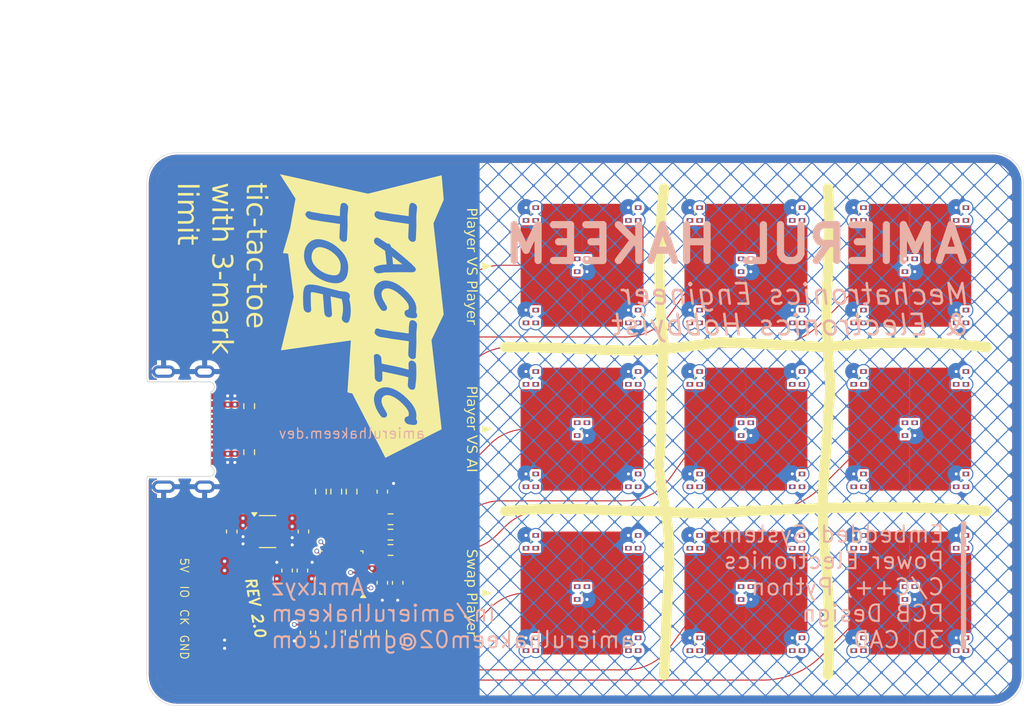
<source format=kicad_pcb>
(kicad_pcb (version 20241229) (generator "pcbnew") (generator_version "9.0")
  (layers (0 "F.Cu" signal) (4 "In1.Cu" signal) (6 "In2.Cu" signal) (2 "B.Cu" signal) (13 "F.Paste" user) (15 "B.Paste" user) (5 "F.SilkS" user "F.Silkscreen") (7 "B.SilkS" user "B.Silkscreen") (1 "F.Mask" user) (3 "B.Mask" user) (25 "Edge.Cuts" user))
  (net 0 "")
  (net 1 "+3V3")
  (net 2 "Net-(D1-DOUT)")
  (net 3 "/SWCLK")
  (net 4 "Net-(D3-DOUT)")
  (net 5 "Net-(D4-DOUT)")
  (net 6 "Net-(D6-DOUT)")
  (net 7 "/NRST")
  (net 8 "/SWDIO")
  (net 9 "Net-(D7-DOUT)")
  (net 10 "Net-(D8-DOUT)")
  (net 11 "Net-(D10-DIN)")
  (net 12 "Net-(D10-DOUT)")
  (net 13 "GND")
  (net 14 "+5V")
  (net 18 "/TSC_G3_IO4")
  (net 19 "/TSC_G3_IO2")
  (net 20 "/TSC_G1_IO2")
  (net 21 "/TSC_G2_IO2")
  (net 22 "/TSC_G2_IO3")
  (net 23 "/TSC_G2_CS")
  (net 24 "/TSC_G3_CS")
  (net 25 "/TSC_G1_CS")
  (net 26 "/TSC_G2_IO4")
  (net 27 "/TSC_G1_IO3")
  (net 28 "/TSC_G3_IO3")
  (net 29 "/TSC_G1_IO4")
  (net 30 "/BTN_1")
  (net 31 "/BTN_2")
  (net 32 "/BTN_3")
  (net 33 "/BTN_4")
  (net 34 "/BTN_5")
  (net 35 "/BTN_6")
  (net 36 "/BTN_7")
  (net 37 "/BTN_8")
  (net 38 "/BTN_9")
  (net 39 "Net-(D2-DOUT)")
  (net 40 "/CC1")
  (net 41 "/CC2")
  (net 42 "Net-(D5-DOUT)")
  (net 43 "Net-(D11-DOUT)")
  (net 44 "Net-(D12-DOUT)")
  (net 45 "Net-(D13-DOUT)")
  (net 46 "Net-(D14-DOUT)")
  (net 47 "unconnected-(D15-DOUT-Pad4)")
  (net 48 "Net-(D16-DOUT)")
  (net 49 "Net-(D17-DOUT)")
  (net 50 "Net-(D18-DOUT)")
  (net 51 "Net-(D19-DOUT)")
  (net 52 "Net-(D20-DOUT)")
  (net 53 "Net-(D21-DOUT)")
  (net 54 "Net-(D22-DOUT)")
  (net 55 "Net-(D23-DOUT)")
  (net 56 "Net-(D24-DOUT)")
  (net 57 "Net-(D25-DOUT)")
  (net 58 "Net-(D26-DOUT)")
  (net 59 "Net-(D27-DOUT)")
  (net 60 "Net-(D28-DOUT)")
  (net 61 "Net-(D29-DOUT)")
  (net 62 "unconnected-(D30-DOUT-Pad4)")
  (net 63 "Net-(D31-DOUT)")
  (net 64 "Net-(D32-DOUT)")
  (net 65 "Net-(D33-DOUT)")
  (net 66 "Net-(D34-DOUT)")
  (net 67 "Net-(D35-DOUT)")
  (net 68 "Net-(D36-DOUT)")
  (net 69 "Net-(D37-DOUT)")
  (net 70 "Net-(D38-DOUT)")
  (net 71 "Net-(D39-DOUT)")
  (net 72 "Net-(D40-DOUT)")
  (net 73 "Net-(D41-DOUT)")
  (net 74 "Net-(D42-DOUT)")
  (net 75 "Net-(D43-DOUT)")
  (net 76 "Net-(D44-DOUT)")
  (net 77 "unconnected-(D45-DOUT-Pad4)")
  (net 78 "/LED_T3C4")
  (net 79 "/LED_T3C3")
  (net 80 "/LED_T16C1")
  (footprint "tactictoe-footprints:XL-1615RGBC-WS2812B-S" (layer "F.Cu") (at 158.5 113 90)
    (property "Reference" "D38" (hide yes))
    (property "Value" "XL-1615RGBC")
  )
  (footprint "tactictoe-footprints:XL-1615RGBC-WS2812B-S" (layer "F.Cu") (at 147.5 86 -90)
    (property "Reference" "D5" (hide yes))
    (property "Value" "XL-1615RGBC")
  )
  (footprint "Capacitor_SMD:C_0603_1608Metric" (layer "F.Cu") (at 115.2 110.8 90)
    (property "Reference" "C6" (hide yes))
    (property "Value" "100n")
  )
  (footprint "Resistor_SMD:R_0603_1608Metric" (layer "F.Cu") (at 119.9 116.875 90)
    (property "Reference" "R14" (hide yes))
    (property "Value" "1k")
  )
  (footprint "Resistor_SMD:R_0603_1608Metric" (layer "F.Cu") (at 123.8 108.8 180)
    (property "Reference" "R11" (hide yes))
    (property "Value" "1k")
  )
  (footprint "tactictoe-footprints:XL-1615RGBC-WS2812B-S" (layer "F.Cu") (at 153.5 76 -90)
    (property "Reference" "D6" (hide yes))
    (property "Value" "XL-1615RGBC")
  )
  (footprint "tactictoe-footprints:XL-1615RGBC-WS2812B-S" (layer "F.Cu") (at 158.5 97 90)
    (property "Reference" "D23" (hide yes))
    (property "Value" "XL-1615RGBC")
  )
  (footprint "tactictoe-footprints:XL-1615RGBC-WS2812B-S" (layer "F.Cu") (at 169.5 76 -90)
    (property "Reference" "D11" (hide yes))
    (property "Value" "XL-1615RGBC")
  )
  (footprint "Resistor_SMD:R_0603_1608Metric" (layer "F.Cu") (at 120 103.1 -90)
    (property "Reference" "R8" (hide yes))
    (property "Value" "1k")
  )
  (footprint "tactictoe-footprints:Touch-pad_XL-1615" (layer "F.Cu") (at 174.5 113)
    (property "Reference" "T9" (hide yes))
    (property "Value" "Touchpad")
  )
  (footprint "Capacitor_SMD:C_0603_1608Metric" (layer "F.Cu") (at 113.7 110.8 90)
    (property "Reference" "C7" (hide yes))
    (property "Value" "100n")
  )
  (footprint "tactictoe-footprints:XL-1615RGBC-WS2812B-S" (layer "F.Cu") (at 179.5 108 -90)
    (property "Reference" "D42" (hide yes))
    (property "Value" "XL-1615RGBC")
  )
  (footprint "tactictoe-footprints:XL-1615RGBC-WS2812B-S" (layer "F.Cu") (at 163.5 86 -90)
    (property "Reference" "D10" (hide yes))
    (property "Value" "XL-1615RGBC")
  )
  (footprint "tactictoe-footprints:tactictoe-sw-pins" (layer "F.Cu") (at 106 118 180)
    (property "Reference" "J2" (hide yes))
    (property "Value" "Conn_01x04")
  )
  (footprint "Capacitor_SMD:C_0603_1608Metric" (layer "F.Cu") (at 124.5 112 -90)
    (property "Reference" "C9" (hide yes))
    (property "Value" "47n")
  )
  (footprint "Capacitor_SMD:C_0603_1608Metric" (layer "F.Cu") (at 115.5 116.875 -90)
    (property "Reference" "C4" (hide yes))
    (property "Value" "100n")
  )
  (footprint "tactictoe-footprints:XL-1615RGBC-WS2812B-S" (layer "F.Cu") (at 147.5 118 -90)
    (property "Reference" "D35" (hide yes))
    (property "Value" "XL-1615RGBC")
  )
  (footprint "tactictoe-footprints:XL-1615RGBC-WS2812B-S" (layer "F.Cu") (at 153.5 102 -90)
    (property "Reference" "D24" (hide yes))
    (property "Value" "XL-1615RGBC")
  )
  (footprint "Resistor_SMD:R_0603_1608Metric" (layer "F.Cu") (at 110 94.75 90)
    (property "Reference" "R5" (hide yes))
    (property "Value" "5k1")
  )
  (footprint "tactictoe-footprints:XL-1615RGBC-WS2812B-S" (layer "F.Cu") (at 153.5 92 -90)
    (property "Reference" "D21" (hide yes))
    (property "Value" "XL-1615RGBC")
  )
  (footprint "Resistor_SMD:R_0603_1608Metric" (layer "F.Cu") (at 118.5 103.1 -90)
    (property "Reference" "R7" (hide yes))
    (property "Value" "1k")
  )
  (footprint "tactictoe-footprints:XL-1615RGBC-WS2812B-S" (layer "F.Cu") (at 169.5 92 -90)
    (property "Reference" "D26" (hide yes))
    (property "Value" "XL-1615RGBC")
  )
  (footprint "Package_DFN_QFN:QFN-28_4x4mm_P0.5mm" (layer "F.Cu") (at 119 111 180)
    (property "Reference" "U1" (hide yes))
    (property "Value" "F042G6U6TR")
  )
  (footprint "Package_TO_SOT_SMD:SOT-23-5" (layer "F.Cu") (at 111.8 107)
    (property "Reference" "U2" (hide yes))
    (property "Value" "TLV74033PDBVR")
  )
  (footprint "tactictoe-footprints:XL-1615RGBC-WS2812B-S" (layer "F.Cu") (at 179.5 92 -90)
    (property "Reference" "D27" (hide yes))
    (property "Value" "XL-1615RGBC")
  )
  (footprint "Resistor_SMD:R_0603_1608Metric" (layer "F.Cu") (at 117 103.1 -90)
    (property "Reference" "R6" (hide yes))
    (property "Value" "1k")
  )
  (footprint "tactictoe-footprints:Touch-pad_XL-1615" (layer "F.Cu") (at 142.5 81)
    (property "Reference" "T1" (hide yes))
    (property "Value" "Touchpad")
  )
  (footprint "tactictoe-footprints:XL-1615RGBC-WS2812B-S" (layer "F.Cu") (at 179.5 86 -90)
    (property "Reference" "D15" (hide yes))
    (property "Value" "XL-1615RGBC")
  )
  (footprint "tactictoe-footprints:XL-1615RGBC-WS2812B-S" (layer "F.Cu") (at 169.5 118 -90)
    (property "Reference" "D44" (hide yes))
    (property "Value" "XL-1615RGBC")
  )
  (footprint "tactictoe-footprints:XL-1615RGBC-WS2812B-S" (layer "F.Cu") (at 153.5 108 -90)
    (property "Reference" "D36" (hide yes))
    (property "Value" "XL-1615RGBC")
  )
  (footprint "tactictoe-footprints:XL-1615RGBC-WS2812B-S" (layer "F.Cu") (at 163.5 118 -90)
    (property "Reference" "D40" (hide yes))
    (property "Value" "XL-1615RGBC")
  )
  (footprint "tactictoe-footprints:XL-1615RGBC-WS2812B-S" (layer "F.Cu") (at 147.5 108 -90)
    (property "Reference" "D32" (hide yes))
    (property "Value" "XL-1615RGBC")
  )
  (footprint "tactictoe-footprints:XL-1615RGBC-WS2812B-S" (layer "F.Cu") (at 158.5 81 90)
    (property "Reference" "D8" (hide yes))
    (property "Value" "XL-1615RGBC")
  )
  (footprint "tactictoe-footprints:XL-1615RGBC-WS2812B-S" (layer "F.Cu") (at 163.5 102 -90)
    (property "Reference" "D25" (hide yes))
    (property "Value" "XL-1615RGBC")
  )
  (footprint "tactictoe-footprints:Touch-pad_XL-1615" (layer "F.Cu") (at 142.5 97)
    (property "Reference" "T4" (hide yes))
    (property "Value" "Touchpad")
  )
  (footprint "Capacitor_SMD:C_0603_1608Metric" (layer "F.Cu") (at 123 103.1 90)
    (property "Reference" "C8" (hide yes))
    (property "Value" "47n")
  )
  (footprint "tactictoe-footprints:XL-1615RGBC-WS2812B-S" (layer "F.Cu") (at 137.5 92 -90)
    (property "Reference" "D16" (hide yes))
    (property "Value" "XL-1615RGBC")
  )
  (footprint "tactictoe-footprints:XL-1615RGBC-WS2812B-S" (layer "F.Cu") (at 147.5 102 -90)
    (property "Reference" "D20" (hide yes))
    (property "Value" "XL-1615RGBC")
  )
  (footprint "tactictoe-footprints:XL-1615RGBC-WS2812B-S" (layer "F.Cu") (at 147.5 76 -90)
    (property "Reference" "D2" (hide yes))
    (property "Value" "XL-1615RGBC")
  )
  (footprint "tactictoe-footprints:XL-1615RGBC-WS2812B-S" (layer "F.Cu") (at 179.5 76 -90)
    (property "Reference" "D12" (hide yes))
    (property "Value" "XL-1615RGBC")
  )
  (footprint "tactictoe-footprints:Touch-pad_XL-1615" (layer "F.Cu") (at 158.5 97)
    (property "Reference" "T5" (hide yes))
    (property "Value" "Touchpad")
  )
  (footprint "Capacitor_SMD:C_0603_1608Metric" (layer "F.Cu") (at 117 116.875 -90)
    (property "Reference" "C3" (hide yes))
    (property "Value" "47n")
  )
  (footprint "tactictoe-footprints:XL-1615RGBC-WS2812B-S" (layer "F.Cu") (at 142.5 81 90)
    (property "Reference" "D3" (hide yes))
    (property "Value" "XL-1615RGBC")
  )
  (footprint "tactictoe-footprints:XL-1615RGBC-WS2812B-S" (layer "F.Cu") (at 142.5 113 90)
    (property "Reference" "D33" (hide yes))
    (property "Value" "XL-1615RGBC")
  )
  (footprint "Capacitor_SMD:C_0603_1608Metric" (layer "F.Cu") (at 123 112 -90)
    (property "Reference" "C5" (hide yes))
    (property "Value" "100n")
  )
  (footprint "tactictoe-footprints:XL-1615RGBC-WS2812B-S" (layer "F.Cu") (at 142.5 97 90)
    (property "Reference" "D18" (hide yes))
    (property "Value" "XL-1615RGBC")
  )
  (footprint "tactictoe-footprints:XL-1615RGBC-WS2812B-S" (layer "F.Cu") (at 179.5 118 -90)
    (property "Reference" "D45" (hide yes))
    (property "Value" "XL-1615RGBC")
  )
  (footprint "tactictoe-footprints:Touch-pad_XL-1615" (layer "F.Cu") (at 174.5 97)
    (property "Reference" "T6" (hide yes))
    (property "Value" "Touchpad")
  )
  (footprint "Resistor_SMD:R_0603_1608Metric" (layer "F.Cu") (at 123.8 105.8 180)
    (property "Reference" "R9" (hide yes))
    (property "Value" "1k")
  )
  (footprint "tactictoe-footprints:Touch-pad_XL-1615" (layer "F.Cu") (at 158.5 81)
    (property "Reference" "T2" (hide yes))
    (property "Value" "Touchpad")
  )
  (footprint "tactictoe-footprints:XL-1615RGBC-WS2812B-S" (layer "F.Cu") (at 174.5 113 90)
    (property "Reference" "D43" (hide yes))
    (property "Value" "XL-1615RGBC")
  )
  (footprint "tactictoe-footprints:XL-1615RGBC-WS2812B-S" (layer "F.Cu") (at 163.5 108 -90)
    (property "Reference" "D37" (hide yes))
    (property "Value" "XL-1615RGBC")
  )
  (footprint "tactictoe-footprints:XL-1615RGBC-WS2812B-S" (layer "F.Cu") (at 153.5 118 -90)
    (property "Reference" "D39" (hide yes))
    (property "Value" "XL-1615RGBC")
  )
  (footprint "tactictoe-footprints:Touch-pad_XL-1615" (layer "F.Cu") (at 158.5 113)
    (property "Reference" "T8" (hide yes))
    (property "Value" "Touchpad")
  )
  (footprint "tactictoe-footprints:USB_C_Receptacle_TYPE-C-16P-CB1-6-073" (layer "F.Cu") (at 106.05 97 -90)
    (property "Reference" "J1" (hide yes))
    (property "Value" "USB_C_Receptacle_USB2.0_16P" (hide yes))
    (fp_line (start -4.62 -0.05) (end -4.62 6) (stroke (width 0.08)) (layer "Edge.Cuts"))
    (fp_line (start 4.62 -0.05) (end 4.62 6) (stroke (width 0.08)) (layer "Edge.Cuts"))
    (fp_line (start -3.513782 -0.2) (end 3.513782 -0.2) (stroke (width 0.08)) (layer "Edge.Cuts"))
    (fp_arc (start -4.62 -0.05) (mid -4.249409 -0.532963) (end -3.686987 -0.3) (stroke (width 0.08)) (layer "Edge.Cuts"))
    (fp_arc (start -3.513782 -0.2) (mid -3.613782 -0.226795) (end -3.686987 -0.3) (stroke (width 0.08)) (layer "Edge.Cuts"))
    (fp_arc (start 3.686987 -0.3) (mid 4.24941 -0.532963) (end 4.62 -0.05) (stroke (width 0.08)) (layer "Edge.Cuts"))
    (fp_arc (start 3.686987 -0.3) (mid 3.613782 -0.226795) (end 3.513782 -0.2) (stroke (width 0.08)) (layer "Edge.Cuts"))
  )
  (footprint "tactictoe-footprints:XL-1615RGBC-WS2812B-S" (layer "F.Cu") (at 169.5 102 -90)
    (property "Reference" "D29" (hide yes))
    (property "Value" "XL-1615RGBC")
  )
  (footprint "tactictoe-footprints:XL-1615RGBC-WS2812B-S" (layer "F.Cu") (at 137.5 76 -90)
    (property "Reference" "D1" (hide yes))
    (property "Value" "XL-1615RGBC")
  )
  (footprint "Resistor_SMD:R_0603_1608Metric" (layer "F.Cu") (at 110 99.25 -90)
    (property "Reference" "R4" (hide yes))
    (property "Value" "5k1")
  )
  (footprint "tactictoe-footprints:Touch-pad_XL-1615" (layer "F.Cu") (at 174.5 81)
    (property "Reference" "T3" (hide yes))
    (property "Value" "Touchpad")
  )
  (footprint "tactictoe-footprints:XL-1615RGBC-WS2812B-S" (layer "F.Cu") (at 153.5 86 -90)
    (property "Reference" "D9" (hide yes))
    (property "Value" "XL-1615RGBC")
  )
  (footprint "Resistor_SMD:R_0603_1608Metric" (layer "F.Cu") (at 122.9 116.875 90)
    (property "Reference" "R12" (hide yes))
    (property "Value" "1k")
  )
  (footprint "Capacitor_SMD:C_0603_1608Metric" (layer "F.Cu") (at 115.3 107 -90)
    (property "Reference" "C2" (hide yes))
    (property "Value" "10u")
  )
  (footprint "tactictoe-footprints:XL-1615RGBC-WS2812B-S" (layer "F.Cu") (at 163.5 76 -90)
    (property "Reference" "D7" (hide yes))
    (property "Value" "XL-1615RGBC")
  )
  (footprint "tactictoe-footprints:XL-1615RGBC-WS2812B-S" (layer "F.Cu") (at 147.5 92 -90)
    (property "Reference" "D17" (hide yes))
    (property "Value" "XL-1615RGBC")
  )
  (footprint "Capacitor_SMD:C_0603_1608Metric" (layer "F.Cu") (at 108.3 107 -90)
    (property "Reference" "C1" (hide yes))
    (property "Value" "10u")
  )
  (footprint "tactictoe-footprints:XL-1615RGBC-WS2812B-S" (layer "F.Cu") (at 137.5 86 -90)
    (property "Reference" "D4" (hide yes))
    (property "Value" "XL-1615RGBC")
  )
  (footprint "Resistor_SMD:R_0603_1608Metric" (layer "F.Cu") (at 121.4 116.875 90)
    (property "Reference" "R13" (hide yes))
    (property "Value" "1k")
  )
  (footprint "tactictoe-footprints:XL-1615RGBC-WS2812B-S" (layer "F.Cu") (at 163.5 92 -90)
    (property "Reference" "D22" (hide yes))
    (property "Value" "XL-1615RGBC")
  )
  (footprint "tactictoe-footprints:XL-1615RGBC-WS2812B-S" (layer "F.Cu") (at 174.5 81 90)
    (property "Reference" "D13" (hide yes))
    (property "Value" "XL-1615RGBC")
  )
  (footprint "tactictoe-footprints:XL-1615RGBC-WS2812B-S" (layer "F.Cu") (at 137.5 118 -90)
    (property "Reference" "D34" (hide yes))
    (property "Value" "XL-1615RGBC")
  )
  (footprint "tactictoe-footprints:Touch-pad_XL-1615" (layer "F.Cu") (at 142.5 113)
    (property "Reference" "T7" (hide yes))
    (property "Value" "Touchpad")
  )
  (footprint "Resistor_SMD:R_0603_1608Metric" (layer "F.Cu") (at 123.8 107.3 180)
    (property "Reference" "R10" (hide yes))
    (property "Value" "1k")
  )
  (footprint "tactictoe-footprints:XL-1615RGBC-WS2812B-S" (layer "F.Cu") (at 169.5 86 -90)
    (property "Reference" "D14" (hide yes))
    (property "Value" "XL-1615RGBC")
  )
  (footprint "tactictoe-footprints:XL-1615RGBC-WS2812B-S" (layer "F.Cu") (at 137.5 102 -90)
    (property "Reference" "D19" (hide yes))
    (property "Value" "XL-1615RGBC")
  )
  (footprint "tactictoe-footprints:XL-1615RGBC-WS2812B-S" (layer "F.Cu") (at 137.5 108 -90)
    (property "Reference" "D31" (hide yes))
    (property "Value" "XL-1615RGBC")
  )
  (footprint "tactictoe-footprints:XL-1615RGBC-WS2812B-S" (layer "F.Cu") (at 169.5 108 -90)
    (property "Reference" "D41" (hide yes))
    (property "Value" "XL-1615RGBC")
  )
  (footprint "tactictoe-footprints:XL-1615RGBC-WS2812B-S" (layer "F.Cu") (at 179.5 102 -90)
    (property "Reference" "D30" (hide yes))
    (property "Value" "XL-1615RGBC")
  )
  (footprint "tactictoe-footprints:XL-1615RGBC-WS2812B-S" (layer "F.Cu") (at 174.5 97 90)
    (property "Reference" "D28" (hide yes))
    (property "Value" "XL-1615RGBC")
  )
  (footprint "LOGO" (layer "B.Cu") (at 110.5 112.5 180)
    (property "Reference" "G***" (hide yes))
    (property "Value" "LOGO" (hide yes))
  )
  (footprint "LOGO" (layer "B.Cu") (at 110.5 117.75 180)
    (property "Reference" "G***" (hide yes))
    (property "Value" "LOGO" (hide yes))
  )
  (footprint "LOGO" (layer "B.Cu") (at 110.5 115 180)
    (property "Reference" "G***" (hide yes))
    (property "Value" "LOGO" (hide yes))
  )
  (footprint "LOGO" (layer "B.Cu") (at 120 87 180)
    (property "Reference" "G***" (hide yes))
    (property "Value" "LOGO" (hide yes))
  )
  (gr_poly (pts (xy 132.8 96.7) (xy 132.8 97.3) (xy 133.6 97)) (stroke (width 0.1)) (fill yes) (layer "F.SilkS"))
  (gr_curve (pts (xy 150.5 89) (xy 150 94.5) (xy 150.5 95.5) (xy 150 100.5)) (stroke (width 1)) (layer "F.SilkS"))
  (gr_curve (pts (xy 182 89) (xy 174 88) (xy 166.5 89) (xy 166.5 89)) (stroke (width 1)) (layer "F.SilkS"))
  (gr_poly (pts (xy 117.105882 79.250338) (xy 117.432739 79.342552) (xy 117.745515 79.480592) (xy 118.046818 79.666681) (xy 118.338576 79.904664) (xy 118.567215 80.14345) (xy 118.733473 80.374784) (xy 118.846089 80.600846) (xy 118.911358 80.824549) (xy 118.932819 81.04943) (xy 118.914672 81.37013) (xy 118.867649 81.59747) (xy 118.800515 81.753778) (xy 118.718129 81.857141) (xy 118.602081 81.931292) (xy 118.440687 81.975875) (xy 118.218153 81.983682) (xy 117.914815 81.941405) (xy 117.578634 81.848949) (xy 117.26278 81.716108) (xy 116.964615 81.542001) (xy 116.682121 81.324448) (xy 116.453752 81.098667) (xy 116.287661 80.877754) (xy 116.174991 80.659709) (xy 116.109498 80.441658) (xy 116.087878 80.219982) (xy 116.107243 79.968065) (xy 116.161463 79.759014) (xy 116.246879 79.585086) (xy 116.362895 79.440359) (xy 116.514525 79.322844) (xy 116.684523 79.252231) (xy 116.878899 79.226633)) (fill yes) (layer "F.SilkS"))
  (gr_curve (pts (xy 166.5 88.5) (xy 166.5 92) (xy 167 92) (xy 166.5 95.5)) (stroke (width 1)) (layer "F.SilkS"))
  (gr_curve (pts (xy 150.5 121) (xy 150.5 121) (xy 151 110) (xy 151 110)) (stroke (width 1)) (layer "F.SilkS"))
  (gr_curve (pts (xy 135 105) (xy 141.5 104.5) (xy 144 105) (xy 148.5 105)) (stroke (width 1)) (layer "F.SilkS"))
  (gr_curve (pts (xy 135 89) (xy 146.5 89) (xy 145.5 90) (xy 156 88.5)) (stroke (width 1)) (layer "F.SilkS"))
  (gr_curve (pts (xy 166.5 73.5) (xy 167 79) (xy 166 85) (xy 166.5 88.5)) (stroke (width 1)) (layer "F.SilkS"))
  (gr_curve (pts (xy 158.5 105) (xy 169 104.5) (xy 176 104.5) (xy 182 105)) (stroke (width 1)) (layer "F.SilkS"))
  (gr_curve (pts (xy 150 100.5) (xy 150.5 105.5) (xy 151 105) (xy 151 110)) (stroke (width 1)) (layer "F.SilkS"))
  (gr_poly (pts (xy 132.8 112.7) (xy 132.8 113.3) (xy 133.6 113)) (stroke (width 0.1)) (fill yes) (layer "F.SilkS"))
  (gr_curve (pts (xy 166.5 95.5) (xy 166.5 99) (xy 166 100.5) (xy 166 105)) (stroke (width 1)) (layer "F.SilkS"))
  (gr_poly (pts (xy 124.964054 80.910945) (xy 124.04277 80.896046) (xy 124.011018 80.512585) (xy 123.964612 80.128879)) (fill yes) (layer "F.SilkS"))
  (gr_poly (pts (xy 132.8 80.8) (xy 132.8 81.4) (xy 133.6 81.1)) (stroke (width 0.1)) (fill yes) (layer "F.SilkS"))
  (gr_curve (pts (xy 150.5 73.5) (xy 149.5 82) (xy 150.5 89) (xy 150.5 89)) (stroke (width 1)) (layer "F.SilkS"))
  (gr_curve (pts (xy 166 105) (xy 166 109.5) (xy 167 113) (xy 166.5 121)) (stroke (width 1)) (layer "F.SilkS"))
  (gr_curve (pts (xy 148.5 105) (xy 152 105) (xy 153 105.5) (xy 158.5 105)) (stroke (width 1)) (layer "F.SilkS"))
  (gr_poly (pts (xy 128.992628 74.609352) (xy 127.992628 76.909352) (xy 128.992628 85.809352) (xy 127.8 88.3) (xy 128.792628 97.009352) (xy 123.3 99.8) (xy 119.9 93.2) (xy 122.182616 94.04779) (xy 122.204742 94.33727) (xy 122.273211 94.641116) (xy 122.392607 94.96301) (xy 122.569309 95.306547) (xy 122.811297 95.675181) (xy 122.899012 95.773149) (xy 122.991447 95.837123) (xy 123.090467 95.872285) (xy 123.227008 95.874086) (xy 123.345212 95.820749) (xy 123.411094 95.754948) (xy 123.450538 95.674023) (xy 123.464403 95.573087) (xy 123.437401 95.454397) (xy 123.058227 94.766841) (xy 122.977397 94.561849) (xy 122.931814 94.374071) (xy 122.917299 94.200442) (xy 122.94184 94.029791) (xy 123.012246 93.891371) (xy 123.131256 93.777169) (xy 123.280181 93.701578) (xy 123.448656 93.671226) (xy 123.644654 93.688754) (xy 123.885772 93.759195) (xy 124.143691 93.87722) (xy 124.421936 94.0502) (xy 124.723823 94.287258) (xy 125.05247 94.599047) (xy 125.322394 94.905504) (xy 125.484348 95.146952) (xy 125.566433 95.337037) (xy 125.590293 95.488579) (xy 125.571242 95.695697) (xy 125.530731 95.734515) (xy 125.307821 95.816894) (xy 125.230677 95.880592) (xy 125.184637 95.964152) (xy 125.168241 96.074273) (xy 125.1845 96.196044) (xy 125.232266 96.302804) (xy 125.31381 96.398628) (xy 125.431734 96.481583) (xy 125.559274 96.5271) (xy 125.85305 96.575897) (xy 126.087571 96.59158) (xy 126.235085 96.572243) (xy 126.327993 96.521047) (xy 126.382966 96.440541) (xy 126.403133 96.320226) (xy 126.375959 96.162378) (xy 126.292246 96.013945) (xy 126.316671 95.852012) (xy 126.324975 95.641475) (xy 126.298576 95.385765) (xy 126.215363 95.110843) (xy 126.066249 94.81074) (xy 125.838503 94.479757) (xy 125.516287 94.112515) (xy 125.103457 93.723337) (xy 124.713111 93.421778) (xy 124.342461 93.19673) (xy 123.988317 93.038868) (xy 123.647096 92.940882) (xy 123.35496 92.906668) (xy 123.092628 92.927775) (xy 122.853137 93.000374) (xy 122.630802 93.125285) (xy 122.469428 93.264992) (xy 122.345963 93.423844) (xy 122.257019 93.604287) (xy 122.20189 93.81044) (xy 122.182616 94.04779) (xy 119.592628 93.409352) (xy 119.992628 87.309352) (xy 121.492628 85.909352) (xy 122.161285 89.5) (xy 122.199225 90.49943) (xy 122.247096 91.038719) (xy 122.260774 91.939486) (xy 122.287509 92.090867) (xy 122.368974 92.227937) (xy 122.489804 92.332747) (xy 122.630802 92.387916) (xy 122.775734 92.390761) (xy 122.894096 92.337114) (xy 122.954086 92.27469) (xy 122.990697 92.19547) (xy 123.003761 92.094092) (xy 122.995457 91.367958) (xy 125.000723 91.797971) (xy 125.543398 91.937777) (xy 125.480872 92.686381) (xy 125.501448 92.820867) (xy 125.565136 92.952606) (xy 125.641543 93.043446) (xy 125.732258 93.106129) (xy 125.840153 93.143359) (xy 125.994867 93.152389) (xy 126.099958 93.114007) (xy 126.172406 93.032465) (xy 126.215554 92.892766) (xy 126.300557 92.12314) (xy 126.324975 91.566039) (xy 126.302993 90.743185) (xy 126.26954 90.603679) (xy 126.196015 90.477937) (xy 126.07953 90.373647) (xy 125.932477 90.316248) (xy 125.828592 90.307526) (xy 125.741424 90.325625) (xy 125.666008 90.369005) (xy 125.607507 90.433268) (xy 125.571755 90.513728) (xy 125.559029 90.615446) (xy 125.574661 91.198698) (xy 124.892926 91.017107) (xy 124.162693 90.851629) (xy 122.93293 90.601035) (xy 122.901667 90.116458) (xy 122.874357 89.965188) (xy 122.790781 89.827518) (xy 122.667869 89.722223) (xy 122.525045 89.666562) (xy 122.379087 89.663564) (xy 122.260774 89.717121) (xy 122.200922 89.779671) (xy 122.164388 89.858979) (xy 121.392628 87.5) (xy 118.692628 86.909352) (xy 120.992628 86.609352) (xy 122.229511 87.489137) (xy 122.251273 87.614583) (xy 122.318272 87.731892) (xy 122.440293 87.845732) (xy 122.614016 87.945857) (xy 122.809832 88.008153) (xy 123.362554 88.085334) (xy 123.811312 88.166429) (xy 125.590293 88.420191) (xy 125.527766 89.70613) (xy 125.554687 89.857864) (xy 125.637187 89.997267) (xy 125.759657 90.104283) (xy 125.904389 90.161154) (xy 126.052451 90.163708) (xy 126.170125 90.108153) (xy 126.229193 90.044107) (xy 126.265249 89.963823) (xy 126.324975 88.653199) (xy 126.313984 87.67525) (xy 126.387501 86.837986) (xy 126.380297 86.723908) (xy 126.340915 86.618882) (xy 126.266357 86.519005) (xy 126.14447 86.420627) (xy 126.013321 86.370017) (xy 125.878406 86.36222) (xy 125.779913 86.395881) (xy 125.705817 86.468536) (xy 125.652819 86.591789) (xy 125.597093 86.958171) (xy 125.574661 87.660596) (xy 123.990307 87.449852) (xy 122.82815 87.255153) (xy 122.592944 87.179682) (xy 122.488928 87.172835) (xy 122.401556 87.196323) (xy 122.325254 87.249779) (xy 122.111359 88.029586) (xy 113.101676 89.307108) (xy 114.345143 84.095871) (xy 115.259406 84.095871) (xy 115.276133 84.867999) (xy 115.311674 85.215969) (xy 115.359656 85.366698) (xy 115.435708 85.477393) (xy 115.540597 85.556249) (xy 115.680969 85.605536) (xy 115.800764 85.614854) (xy 115.893546 85.591849) (xy 115.967466 85.539591) (xy 116.034295 85.435698) (xy 116.05808 85.293638) (xy 116.025352 84.974169) (xy 116.008743 83.971063) (xy 116.022652 83.697784) (xy 116.044159 83.64158) (xy 116.102912 83.628522) (xy 116.27139 83.639107) (xy 116.64524 83.705083) (xy 117.197718 83.838684) (xy 117.338401 85.650477) (xy 117.380377 85.812385) (xy 117.454912 85.930595) (xy 117.562435 86.01481) (xy 117.710872 86.067644) (xy 117.822341 86.076961) (xy 117.911628 86.057613) (xy 117.985156 86.012201) (xy 118.061905 85.906856) (xy 118.088715 85.763806) (xy 117.948032 84.042626) (xy 119.042239 84.294441) (xy 119.136029 84.80271) (xy 119.167292 85.239661) (xy 119.139996 85.647146) (xy 119.042239 86.168028) (xy 119.055812 86.273795) (xy 119.096534 86.372343) (xy 119.167048 86.466493) (xy 119.285386 86.563857) (xy 119.416664 86.614504) (xy 119.536241 86.622728) (xy 119.628645 86.596463) (xy 119.702453 86.537994) (xy 119.76129 86.440359) (xy 119.841787 86.187132) (xy 119.896874 85.84613) (xy 119.917606 85.395732) (xy 119.883168 84.860596) (xy 119.77106 84.248035) (xy 119.822012 84.156037) (xy 119.839448 84.045557) (xy 119.81319 83.875825) (xy 119.739317 83.747844) (xy 119.614578 83.651067) (xy 119.551662 83.629368) (xy 122.182616 83.629368) (xy 122.204742 83.918847) (xy 122.273211 84.222693) (xy 122.392607 84.544587) (xy 122.569309 84.888124) (xy 122.811297 85.256758) (xy 122.899012 85.354726) (xy 122.991447 85.4187) (xy 123.090467 85.453862) (xy 123.227008 85.455663) (xy 123.345212 85.402326) (xy 123.411094 85.336525) (xy 123.450538 85.2556) (xy 123.464403 85.154664) (xy 123.437401 85.035974) (xy 123.058227 84.348419) (xy 122.977397 84.143426) (xy 122.931814 83.955648) (xy 122.917299 83.782019) (xy 122.94184 83.611368) (xy 123.012246 83.472948) (xy 123.131256 83.358747) (xy 123.280181 83.283155) (xy 123.448656 83.252803) (xy 123.644654 83.270331) (xy 123.885772 83.340772) (xy 124.143691 83.458797) (xy 124.421936 83.631778) (xy 124.723823 83.868835) (xy 125.05247 84.180624) (xy 125.322394 84.487081) (xy 125.484348 84.728529) (xy 125.566433 84.918614) (xy 125.590293 85.070156) (xy 125.571242 85.277274) (xy 125.530731 85.316092) (xy 125.307821 85.398471) (xy 125.230677 85.462169) (xy 125.184637 85.545729) (xy 125.168241 85.655851) (xy 125.1845 85.777621) (xy 125.232266 85.884381) (xy 125.31381 85.980205) (xy 125.431734 86.06316) (xy 125.559274 86.108677) (xy 125.85305 86.157474) (xy 126.087571 86.173157) (xy 126.235085 86.15382) (xy 126.327993 86.102625) (xy 126.382966 86.022118) (xy 126.403133 85.901803) (xy 126.375959 85.743955) (xy 126.292246 85.595523) (xy 126.316671 85.43359) (xy 126.324975 85.223052) (xy 126.298576 84.967342) (xy 126.215363 84.69242) (xy 126.066249 84.392318) (xy 125.838503 84.061334) (xy 125.516287 83.694092) (xy 125.103457 83.304914) (xy 124.713111 83.003355) (xy 124.342461 82.778308) (xy 123.988317 82.620445) (xy 123.647096 82.522459) (xy 123.35496 82.488245) (xy 123.092628 82.509352) (xy 122.853137 82.581951) (xy 122.630802 82.706862) (xy 122.469428 82.846569) (xy 122.345963 83.005421) (xy 122.257019 83.185864) (xy 122.20189 83.392017) (xy 122.182616 83.629368) (xy 119.551662 83.629368) (xy 119.42277 83.584915) (xy 118.855394 83.520435) (xy 117.75508 83.239556) (xy 116.651835 82.958188) (xy 116.174586 82.885354) (xy 115.849725 82.884138) (xy 115.636203 82.9307) (xy 115.500718 83.009968) (xy 115.41284 83.123915) (xy 115.337123 83.31848) (xy 115.281554 83.628256) (xy 115.259406 84.095871) (xy 114.345143 84.095871) (xy 113.792628 79.809352) (xy 115.353196 80.067086) (xy 115.376299 80.37868) (xy 115.445203 80.679028) (xy 115.560826 80.971427) (xy 115.726081 81.25865) (xy 115.945758 81.542829) (xy 116.226364 81.82539) (xy 116.541587 82.082646) (xy 116.866465 82.296568) (xy 117.202197 82.46971) (xy 117.550356 82.603816) (xy 117.912861 82.699779) (xy 118.282127 82.753531) (xy 118.587939 82.753892) (xy 118.841568 82.709985) (xy 119.052774 82.627552) (xy 119.22933 82.508537) (xy 119.374674 82.353504) (xy 119.493711 82.155182) (xy 119.585362 81.904908) (xy 119.645545 81.591517) (xy 119.660469 81.326646) (xy 122.166985 81.326646) (xy 122.188391 81.467538) (xy 122.267857 81.610945) (xy 122.388387 81.723631) (xy 122.532372 81.781915) (xy 122.663123 81.789285) (xy 123.243852 81.697651) (xy 125.040502 81.672738) (xy 125.91538 81.686416) (xy 126.08623 81.653519) (xy 126.193473 81.589896) (xy 126.255784 81.498223) (xy 126.27808 81.369144) (xy 126.253813 81.304541) (xy 126.137962 81.156313) (xy 125.841129 80.859873) (xy 125.243956 80.330868) (xy 124.526021 79.731704) (xy 123.852505 79.196604) (xy 123.788197 79.02876) (xy 123.71974 78.936637) (xy 123.647829 78.894964) (xy 123.572605 78.88435) (xy 123.48956 78.893987) (xy 122.753229 78.409407) (xy 122.545561 78.307804) (xy 122.443105 78.300424) (xy 122.358084 78.321845) (xy 122.284954 78.371063) (xy 122.208497 78.479477) (xy 122.182616 78.614573) (xy 122.203242 78.744774) (xy 122.265978 78.865485) (xy 122.378011 78.981182) (xy 123.276824 79.595697) (xy 123.353028 80.258572) (xy 123.417508 80.918516) (xy 123.009725 80.949257) (xy 122.674766 81.007421) (xy 122.415146 81.084069) (xy 122.266468 81.163983) (xy 122.191741 81.243864) (xy 122.166985 81.326646) (xy 119.660469 81.326646) (xy 119.667501 81.201838) (xy 119.644878 80.891573) (xy 119.577178 80.589832) (xy 119.463226 80.293524) (xy 119.3 80) (xy 119.082735 79.707157) (xy 118.80508 79.413492) (xy 118.483235 79.136714) (xy 118.154029 78.909069) (xy 117.816234 78.727093) (xy 117.46819 78.588299) (xy 117.107836 78.491231) (xy 116.788198 78.451038) (xy 116.506418 78.466737) (xy 116.254829 78.532958) (xy 116.027047 78.648581) (xy 115.818478 78.816807) (xy 115.654952 79.008169) (xy 115.526692 79.224695) (xy 115.432639 79.469977) (xy 115.373799 79.748834) (xy 115.353196 80.067086) (xy 113.292628 79.809352) (xy 113.992628 77.409352) (xy 114.592628 74.109352) (xy 115.531273 76.160571) (xy 115.598272 76.277879) (xy 115.720293 76.391719) (xy 115.894016 76.491844) (xy 116.089832 76.554141) (xy 116.642554 76.631322) (xy 117.091312 76.712416) (xy 118.870293 76.966178) (xy 118.807766 78.252117) (xy 118.834687 78.403851) (xy 118.917187 78.543255) (xy 119.039657 78.65027) (xy 119.184389 78.707141) (xy 119.332451 78.709696) (xy 119.450125 78.654141) (xy 119.509193 78.590095) (xy 119.545249 78.50981) (xy 119.604975 77.199186) (xy 119.593984 76.221238) (xy 119.606923 76.035125) (xy 122.229511 76.035125) (xy 122.251273 76.160571) (xy 122.318272 76.277879) (xy 122.440293 76.391719) (xy 122.614016 76.491844) (xy 122.809832 76.554141) (xy 123.362554 76.631322) (xy 123.811312 76.712416) (xy 125.590293 76.966178) (xy 125.527766 78.252117) (xy 125.554687 78.403851) (xy 125.637187 78.543255) (xy 125.759657 78.65027) (xy 125.904389 78.707141) (xy 126.052451 78.709696) (xy 126.170125 78.654141) (xy 126.229193 78.590095) (xy 126.265249 78.50981) (xy 126.324975 77.199186) (xy 126.313984 76.221238) (xy 126.387501 75.383973) (xy 126.380297 75.269896) (xy 126.340915 75.164869) (xy 126.266357 75.064992) (xy 126.14447 74.966614) (xy 126.013321 74.916004) (xy 125.878406 74.908208) (xy 125.779913 74.941868) (xy 125.705817 75.014523) (xy 125.652819 75.137777) (xy 125.597093 75.504158) (xy 125.574661 76.206583) (xy 123.990307 75.995839) (xy 122.82815 75.80114) (xy 122.592944 75.725669) (xy 122.488928 75.718823) (xy 122.401556 75.742311) (xy 122.325254 75.795767) (xy 122.254055 75.900381) (xy 122.229511 76.035125) (xy 119.606923 76.035125) (xy 119.667501 75.383973) (xy 119.660297 75.269896) (xy 119.620915 75.164869) (xy 119.546357 75.064992) (xy 119.42447 74.966614) (xy 119.293321 74.916004) (xy 119.158406 74.908208) (xy 119.059913 74.941868) (xy 118.985817 75.014523) (xy 118.932819 75.137777) (xy 118.877093 75.504158) (xy 118.854661 76.206583) (xy 117.270307 75.995839) (xy 116.10815 75.80114) (xy 115.872944 75.725669) (xy 115.768928 75.718823) (xy 115.681556 75.742311) (xy 115.605254 75.795767) (xy 115.534055 75.900381) (xy 115.509511 76.035125) (xy 112.992628 72.109352) (xy 121.592628 74.009352) (xy 128.792628 72.209352)) (fill yes) (layer "F.SilkS"))
  (gr_curve (pts (xy 156 88.5) (xy 166.5 89) (xy 166.5 89) (xy 166.5 89)) (stroke (width 1)) (layer "F.SilkS"))
  (gr_rect (start 179.4873 106) (end 180 118.5) (fill yes) (layer "B.SilkS"))
  (gr_line (start 100 92) (end 100 73) (stroke (width 0.05)) (layer "Edge.Cuts"))
  (gr_arc (start 100 73) (mid 100.87868 70.87868) (end 103 70) (stroke (width 0.05)) (layer "Edge.Cuts"))
  (gr_line (start 100 102) (end 100.05 101.62) (stroke (width 0.05)) (layer "Edge.Cuts"))
  (gr_arc (start 103 124) (mid 100.87868 123.12132) (end 100 121) (stroke (width 0.05)) (layer "Edge.Cuts"))
  (gr_line (start 100.05 92.38) (end 100 92) (stroke (width 0.05)) (layer "Edge.Cuts"))
  (gr_arc (start 182.6 70) (mid 184.72132 70.87868) (end 185.6 73) (stroke (width 0.05)) (layer "Edge.Cuts"))
  (gr_arc (start 185.6 121) (mid 184.72132 123.12132) (end 182.6 124) (stroke (width 0.05)) (layer "Edge.Cuts"))
  (gr_line (start 182.6 124) (end 103 124) (stroke (width 0.05)) (layer "Edge.Cuts"))
  (gr_line (start 185.6 73) (end 185.6 121) (stroke (width 0.05)) (layer "Edge.Cuts"))
  (gr_line (start 103 70) (end 182.6 70) (stroke (width 0.05)) (layer "Edge.Cuts"))
  (gr_line (start 100 121) (end 100 102) (stroke (width 0.05)) (layer "Edge.Cuts"))
  (gr_text "Player VS Player" (at 131.1 81.1 270) (layer "F.SilkS") (effects (font (size 1 1) (thickness 0.1)) (justify bottom)))
  (gr_text "CK" (at 103.2 114.5 270) (layer "F.SilkS") (effects (font (size 0.8 0.8) (thickness 0.1)) (justify left bottom)))
  (gr_text "5V" (at 103.2 109.5 270) (layer "F.SilkS") (effects (font (size 0.8 0.8) (thickness 0.1)) (justify left bottom)))
  (gr_text "IO" (at 103.2 112.2 270) (layer "F.SilkS") (effects (font (size 0.8 0.8) (thickness 0.1)) (justify left bottom)))
  (gr_text "GND" (at 103.2 117 270) (layer "F.SilkS") (effects (font (size 0.8 0.8) (thickness 0.1)) (justify left bottom)))
  (gr_text "Swap Player\n" (at 131.1 113 270) (layer "F.SilkS") (effects (font (size 1 1) (thickness 0.1)) (justify bottom)))
  (gr_text "REV 2.0" (at 109.5 111.5 280) (layer "F.SilkS") (effects (font (size 1 1) (thickness 0.2) (bold yes) (italic yes)) (justify left bottom)))
  (gr_text "Player VS AI" (at 131.1 97 270) (layer "F.SilkS") (effects (font (size 1 1) (thickness 0.1)) (justify bottom)))
  (gr_text "tic-tac-toe \nwith 3-mark \nlimit" (at 102.7 72.9 270) (layer "F.SilkS") (effects (font (size 2 2) (thickness 0.1)) (justify left bottom)))
  (gr_text "AMIERUL HAKEEM" (at 180.5 81 0) (layer "B.SilkS") (effects (font (size 3.5 3.5) (thickness 0.7) (bold yes)) (justify left bottom mirror)))
  (gr_text "amierulhakeem.dev" (at 127.25 98 0) (layer "B.SilkS") (effects (font (size 1 1) (thickness 0.125)) (justify left bottom mirror)))
  (gr_text "Amrlxyz\nin/amierulhakeem\namierulhakeem02@gmail.com" (at 112 118.5 0) (layer "B.SilkS") (effects (font (size 1.6 1.6) (thickness 0.2)) (justify right bottom mirror)))
  (gr_text "Mechatronics Engineer" (at 180.5 85 0) (layer "B.SilkS") (effects (font (size 2 2) (thickness 0.25) (italic yes)) (justify left bottom mirror)))
  (gr_text "& Electronics Hobbyist" (at 180.5 88 0) (layer "B.SilkS") (effects (font (size 2 2) (thickness 0.25) (italic yes)) (justify left bottom mirror)))
  (gr_text "Embedded Systems\nPower Electronics\nC/C++, Python\nPCB Design\n3D CAD\n" (at 178 118.5 0) (layer "B.SilkS") (effects (font (size 1.6 1.6) (thickness 0.2)) (justify left bottom mirror)))
  (via (at 116.1 111.6) (size 0.45) (drill 0.3) (layers "F.Cu" "B.Cu") (net 1))
  (via (at 114.2 106.5) (size 0.45) (drill 0.3) (layers "F.Cu" "B.Cu") (net 1))
  (via (at 112.7 111.6) (size 0.45) (drill 0.3) (layers "F.Cu" "B.Cu") (net 1))
  (via (at 122 110.6) (size 0.45) (drill 0.3) (layers "F.Cu" "B.Cu") (net 1))
  (via (at 114.2 105.7) (size 0.45) (drill 0.3) (layers "F.Cu" "B.Cu") (net 1))
  (via (at 137.975 75.375) (size 0.45) (drill 0.3) (layers "F.Cu" "B.Cu") (net 2))
  (via (at 147.025 76.625) (size 0.45) (drill 0.3) (layers "F.Cu" "B.Cu") (net 2))
  (segment (start 117.5 112.9975) (end 116.5 113.9975) (width 0.2) (layer "F.Cu") (net 3))
  (segment (start 117.5 112.9975) (end 117.5 113) (width 0.2) (layer "F.Cu") (net 3))
  (segment (start 111.94 115.46) (end 106 115.46) (width 0.2) (layer "F.Cu") (net 3))
  (segment (start 116.5 113.9975) (end 116.5 114) (width 0.2) (layer "F.Cu") (net 3))
  (segment (start 113.4 114) (end 111.94 115.46) (width 0.2) (layer "F.Cu") (net 3))
  (segment (start 116.5 114) (end 113.4 114) (width 0.2) (layer "F.Cu") (net 3))
  (via (at 137.025 86.625) (size 0.45) (drill 0.3) (layers "F.Cu" "B.Cu") (net 4))
  (via (at 142.025 81.625) (size 0.45) (drill 0.3) (layers "F.Cu" "B.Cu") (net 4))
  (via (at 137.975 85.375) (size 0.45) (drill 0.3) (layers "F.Cu" "B.Cu") (net 5))
  (via (at 147.025 86.625) (size 0.45) (drill 0.3) (layers "F.Cu" "B.Cu") (net 5))
  (via (at 153.975 75.375) (size 0.45) (drill 0.3) (layers "F.Cu" "B.Cu") (net 6))
  (via (at 163.025 76.625) (size 0.45) (drill 0.3) (layers "F.Cu" "B.Cu") (net 6))
  (segment (start 120.9375 111) (end 119.9 111) (width 0.2) (layer "F.Cu") (net 7))
  (segment (start 115.4375 116.075) (end 115.5 116.0125) (width 0.2) (layer "F.Cu") (net 7))
  (segment (start 114.4 116.075) (end 115.4375 116.075) (width 0.2) (layer "F.Cu") (net 7))
  (via (at 114.4 116.075) (size 0.45) (drill 0.3) (layers "F.Cu" "B.Cu") (net 7))
  (via (at 119.9 111) (size 0.45) (drill 0.3) (layers "F.Cu" "B.Cu") (net 7))
  (segment (start 106 112.92) (end 116.5825 112.92) (width 0.2) (layer "F.Cu") (net 8))
  (segment (start 116.5825 112.92) (end 117.0025 112.5) (width 0.2) (layer "F.Cu") (net 8))
  (via (at 163.975 75.375) (size 0.45) (drill 0.3) (layers "F.Cu" "B.Cu") (net 9))
  (via (at 158.975 80.375) (size 0.45) (drill 0.3) (layers "F.Cu" "B.Cu") (net 9))
  (via (at 158.025 81.625) (size 0.45) (drill 0.3) (layers "F.Cu" "B.Cu") (net 10))
  (via (at 153.025 86.625) (size 0.45) (drill 0.3) (layers "F.Cu" "B.Cu") (net 10))
  (via (at 163.025 86.625) (size 0.45) (drill 0.3) (layers "F.Cu" "B.Cu") (net 11))
  (via (at 153.975 85.375) (size 0.45) (drill 0.3) (layers "F.Cu" "B.Cu") (net 11))
  (via (at 169.025 76.625) (size 0.45) (drill 0.3) (layers "F.Cu" "B.Cu") (net 12))
  (via (at 163.975 85.375) (size 0.45) (drill 0.3) (layers "F.Cu" "B.Cu") (net 12))
  (segment (start 109.825 100.25) (end 110 100.075) (width 0.2) (layer "F.Cu") (net 13))
  (segment (start 108.6 93.75) (end 109.825 93.75) (width 0.2) (layer "F.Cu") (net 13))
  (segment (start 109.825 93.75) (end 110 93.925) (width 0.2) (layer "F.Cu") (net 13))
  (segment (start 108.6 100.25) (end 109.825 100.25) (width 0.2) (layer "F.Cu") (net 13))
  (via (at 153.025 91.375) (size 0.45) (drill 0.3) (layers "F.Cu" "B.Cu") (net 13))
  (via (at 163.025 75.375) (size 0.45) (drill 0.3) (layers "F.Cu" "B.Cu") (net 13))
  (via (at 137.025 107.375) (size 0.45) (drill 0.3) (layers "F.Cu" "B.Cu") (net 13))
  (via (at 169.025 91.375) (size 0.45) (drill 0.3) (layers "F.Cu" "B.Cu") (net 13))
  (via (at 147.025 101.375) (size 0.45) (drill 0.3) (layers "F.Cu" "B.Cu") (net 13))
  (via (at 163.025 85.375) (size 0.45) (drill 0.3) (layers "F.Cu" "B.Cu") (net 13))
  (via (at 147.025 91.375) (size 0.45) (drill 0.3) (layers "F.Cu" "B.Cu") (net 13))
  (via (at 137.025 85.375) (size 0.45) (drill 0.3) (layers "F.Cu" "B.Cu") (net 13))
  (via (at 114.2 108.3) (size 0.45) (drill 0.3) (layers "F.Cu" "B.Cu") (net 13))
  (via (at 147.025 85.375) (size 0.45) (drill 0.3) (layers "F.Cu" "B.Cu") (net 13))
  (via (at 137.025 117.375) (size 0.45) (drill 0.3) (layers "F.Cu" "B.Cu") (net 13))
  (via (at 114.2 107.6) (size 0.45) (drill 0.3) (layers "F.Cu" "B.Cu") (net 13))
  (via (at 147.025 75.375) (size 0.45) (drill 0.3) (layers "F.Cu" "B.Cu") (net 13))
  (via (at 108.6 93.75) (size 0.45) (drill 0.3) (layers "F.Cu" "B.Cu") (net 13))
  (via (at 169.025 85.375) (size 0.45) (drill 0.3) (layers "F.Cu" "B.Cu") (net 13))
  (via (at 109.4 107.5) (size 0.45) (drill 0.3) (layers "F.Cu" "B.Cu") (net 13))
  (via (at 174.975 97.625) (size 0.45) (drill 0.3) (layers "F.Cu" "B.Cu") (net 13))
  (via (at 153.025 85.375) (size 0.45) (drill 0.3) (layers "F.Cu" "B.Cu") (net 13))
  (via (at 107.6 118.4) (size 0.45) (drill 0.3) (layers "F.Cu" "B.Cu") (net 13))
  (via (at 153.025 75.375) (size 0.45) (drill 0.3) (layers "F.Cu" "B.Cu") (net 13))
  (via (at 179.025 101.375) (size 0.45) (drill 0.3) (layers "F.Cu" "B.Cu") (net 13))
  (via (at 163.025 107.375) (size 0.45) (drill 0.3) (layers "F.Cu" "B.Cu") (net 13))
  (via (at 142.975 81.625) (size 0.45) (drill 0.3) (layers "F.Cu" "B.Cu") (net 13))
  (via (at 147.025 107.375) (size 0.45) (drill 0.3) (layers "F.Cu" "B.Cu") (net 13))
  (via (at 107.9 100.25) (size 0.45) (drill 0.3) (layers "F.Cu" "B.Cu") (net 13))
  (via (at 116.15 110) (size 0.45) (drill 0.3) (layers "F.Cu" "B.Cu") (net 13))
  (via (at 153.025 101.375) (size 0.45) (drill 0.3) (layers "F.Cu" "B.Cu") (net 13))
  (via (at 112.7 110) (size 0.45) (drill 0.3) (layers "F.Cu" "B.Cu") (net 13))
  (via (at 153.025 117.375) (size 0.45) (drill 0.3) (layers "F.Cu" "B.Cu") (net 13))
  (via (at 179.025 107.375) (size 0.45) (drill 0.3) (layers "F.Cu" "B.Cu") (net 13))
  (via (at 107.6 117.6) (size 0.45) (drill 0.3) (layers "F.Cu" "B.Cu") (net 13))
  (via (at 163.025 91.375) (size 0.45) (drill 0.3) (layers "F.Cu" "B.Cu") (net 13))
  (via (at 169.025 101.375) (size 0.45) (drill 0.3) (layers "F.Cu" "B.Cu") (net 13))
  (via (at 163.025 117.375) (size 0.45) (drill 0.3) (layers "F.Cu" "B.Cu") (net 13))
  (via (at 169.025 117.375) (size 0.45) (drill 0.3) (layers "F.Cu" "B.Cu") (net 13))
  (via (at 142.975 113.625) (size 0.45) (drill 0.3) (layers "F.Cu" "B.Cu") (net 13))
  (via (at 179.025 117.375) (size 0.45) (drill 0.3) (layers "F.Cu" "B.Cu") (net 13))
  (via (at 137.025 101.375) (size 0.45) (drill 0.3) (layers "F.Cu" "B.Cu") (net 13))
  (via (at 179.025 91.375) (size 0.45) (drill 0.3) (layers "F.Cu" "B.Cu") (net 13))
  (via (at 108.6 100.25) (size 0.45) (drill 0.3) (layers "F.Cu" "B.Cu") (net 13))
  (via (at 158.975 97.625) (size 0.45) (drill 0.3) (layers "F.Cu" "B.Cu") (net 13))
  (via (at 107.9 93.75) (size 0.45) (drill 0.3) (layers "F.Cu" "B.Cu") (net 13))
  (via (at 163.025 101.375) (size 0.45) (drill 0.3) (layers "F.Cu" "B.Cu") (net 13))
  (via (at 179.025 75.375) (size 0.45) (drill 0.3) (layers "F.Cu" "B.Cu") (net 13))
  (via (at 123 113.7) (size 0.45) (drill 0.3) (layers "F.Cu" "B.Cu") (net 13))
  (via (at 158.975 81.625) (size 0.45) (drill 0.3) (layers "F.Cu" "B.Cu") (net 13))
  (via (at 169.025 75.375) (size 0.45) (drill 0.3) (layers "F.Cu" "B.Cu") (net 13))
  (via (at 153.025 107.375) (size 0.45) (drill 0.3) (layers "F.Cu" "B.Cu") (net 13))
  (via (at 142.975 97.625) (size 0.45) (drill 0.3) (layers "F.Cu" "B.Cu") (net 13))
  (via (at 114.4 117.675) (size 0.45) (drill 0.3) (layers "F.Cu" "B.Cu") (net 13))
  (via (at 158.975 113.625) (size 0.45) (drill 0.3) (layers "F.Cu" "B.Cu") (net 13))
  (via (at 124.1 102.3) (size 0.45) (drill 0.3) (layers "F.Cu" "B.Cu") (net 13))
  (via (at 137.025 75.375) (size 0.45) (drill 0.3) (layers "F.Cu" "B.Cu") (net 13))
  (via (at 179.025 85.375) (size 0.45) (drill 0.3) (layers "F.Cu" "B.Cu") (net 13))
  (via (at 169.025 107.375) (size 0.45) (drill 0.3) (layers "F.Cu" "B.Cu") (net 13))
  (via (at 109.4 108.2) (size 0.45) (drill 0.3) (layers "F.Cu" "B.Cu") (net 13))
  (via (at 174.975 81.625) (size 0.45) (drill 0.3) (layers "F.Cu" "B.Cu") (net 13))
  (via (at 147.025 117.375) (size 0.45) (drill 0.3) (layers "F.Cu" "B.Cu") (net 13))
  (via (at 137.025 91.375) (size 0.45) (drill 0.3) (layers "F.Cu" "B.Cu") (net 13))
  (via (at 174.975 113.625) (size 0.45) (drill 0.3) (layers "F.Cu" "B.Cu") (net 13))
  (via (at 124.5 113.7) (size 0.45) (drill 0.3) (layers "F.Cu" "B.Cu") (net 13))
  (segment (start 111.6 106.2) (end 111.6 107.8) (width 0.2) (layer "F.Cu") (net 14))
  (segment (start 110.6625 106.05) (end 111.45 106.05) (width 0.2) (layer "F.Cu") (net 14))
  (segment (start 111.45 106.05) (end 111.6 106.2) (width 0.2) (layer "F.Cu") (net 14))
  (segment (start 111.6 107.8) (end 111.45 107.95) (width 0.2) (layer "F.Cu") (net 14))
  (segment (start 111.45 107.95) (end 110.6625 107.95) (width 0.2) (layer "F.Cu") (net 14))
  (via (at 163.975 86.625) (size 0.45) (drill 0.3) (layers "F.Cu" "B.Cu") (net 14))
  (via (at 107.9 99.4) (size 0.45) (drill 0.3) (layers "F.Cu" "B.Cu") (net 14))
  (via (at 169.975 102.625) (size 0.45) (drill 0.3) (layers "F.Cu" "B.Cu") (net 14))
  (via (at 153.975 102.625) (size 0.45) (drill 0.3) (layers "F.Cu" "B.Cu") (net 14))
  (via (at 142.025 96.375) (size 0.45) (drill 0.3) (layers "F.Cu" "B.Cu") (net 14))
  (via (at 153.975 76.625) (size 0.45) (drill 0.3) (layers "F.Cu" "B.Cu") (net 14))
  (via (at 137.975 86.625) (size 0.45) (drill 0.3) (layers "F.Cu" "B.Cu") (net 14))
  (via (at 147.975 108.625) (size 0.45) (drill 0.3) (layers "F.Cu" "B.Cu") (net 14))
  (via (at 137.975 102.625) (size 0.45) (drill 0.3) (layers "F.Cu" "B.Cu") (net 14))
  (via (at 179.975 76.625) (size 0.45) (drill 0.3) (layers "F.Cu" "B.Cu") (net 14))
  (via (at 158.025 96.375) (size 0.45) (drill 0.3) (layers "F.Cu" "B.Cu") (net 14))
  (via (at 179.975 92.625) (size 0.45) (drill 0.3) (layers "F.Cu" "B.Cu") (net 14))
  (via (at 169.975 108.625) (size 0.45) (drill 0.3) (layers "F.Cu" "B.Cu") (net 14))
  (via (at 137.975 108.625) (size 0.45) (drill 0.3) (layers "F.Cu" "B.Cu") (net 14))
  (via (at 163.975 108.625) (size 0.45) (drill 0.3) (layers "F.Cu" "B.Cu") (net 14))
  (via (at 107.6 109.9) (size 0.45) (drill 0.3) (layers "F.Cu" "B.Cu") (net 14))
  (via (at 153.975 86.625) (size 0.45) (drill 0.3) (layers "F.Cu" "B.Cu") (net 14))
  (via (at 179.975 118.625) (size 0.45) (drill 0.3) (layers "F.Cu" "B.Cu") (net 14))
  (via (at 163.975 118.625) (size 0.45) (drill 0.3) (layers "F.Cu" "B.Cu") (net 14))
  (via (at 179.975 102.625) (size 0.45) (drill 0.3) (layers "F.Cu" "B.Cu") (net 14))
  (via (at 147.975 76.625) (size 0.45) (drill 0.3) (layers "F.Cu" "B.Cu") (net 14))
  (via (at 174.025 80.375) (size 0.45) (drill 0.3) (layers "F.Cu" "B.Cu") (net 14))
  (via (at 153.975 108.625) (size 0.45) (drill 0.3) (layers "F.Cu" "B.Cu") (net 14))
  (via (at 137.975 76.625) (size 0.45) (drill 0.3) (layers "F.Cu" "B.Cu") (net 14))
  (via (at 179.975 86.625) (size 0.45) (drill 0.3) (layers "F.Cu" "B.Cu") (net 14))
  (via (at 163.975 76.625) (size 0.45) (drill 0.3) (layers "F.Cu" "B.Cu") (net 14))
  (via (at 109.4 105.7) (size 0.45) (drill 0.3) (layers "F.Cu" "B.Cu") (net 14))
  (via (at 137.975 92.625) (size 0.45) (drill 0.3) (layers "F.Cu" "B.Cu") (net 14))
  (via (at 163.975 102.625) (size 0.45) (drill 0.3) (layers "F.Cu" "B.Cu") (net 14))
  (via (at 109.4 106.4) (size 0.45) (drill 0.3) (layers "F.Cu" "B.Cu") (net 14))
  (via (at 158.025 80.375) (size 0.45) (drill 0.3) (layers "F.Cu" "B.Cu") (net 14))
  (via (at 142.025 80.375) (size 0.45) (drill 0.3) (layers "F.Cu" "B.Cu") (net 14))
  (via (at 158.025 112.375) (size 0.45) (drill 0.3) (layers "F.Cu" "B.Cu") (net 14))
  (via (at 153.975 92.625) (size 0.45) (drill 0.3) (layers "F.Cu" "B.Cu") (net 14))
  (via (at 169.975 76.625) (size 0.45) (drill 0.3) (layers "F.Cu" "B.Cu") (net 14))
  (via (at 108.6 94.6) (size 0.45) (drill 0.3) (layers "F.Cu" "B.Cu") (net 14))
  (via (at 107.6 110.8) (size 0.45) (drill 0.3) (layers "F.Cu" "B.Cu") (net 14))
  (via (at 137.975 118.625) (size 0.45) (drill 0.3) (layers "F.Cu" "B.Cu") (net 14))
  (via (at 169.975 118.625) (size 0.45) (drill 0.3) (layers "F.Cu" "B.Cu") (net 14))
  (via (at 147.975 118.625) (size 0.45) (drill 0.3) (layers "F.Cu" "B.Cu") (net 14))
  (via (at 147.975 102.625) (size 0.45) (drill 0.3) (layers "F.Cu" "B.Cu") (net 14))
  (via (at 108.6 99.4) (size 0.45) (drill 0.3) (layers "F.Cu" "B.Cu") (net 14))
  (via (at 147.975 86.625) (size 0.45) (drill 0.3) (layers "F.Cu" "B.Cu") (net 14))
  (via (at 179.975 108.625) (size 0.45) (drill 0.3) (layers "F.Cu" "B.Cu") (net 14))
  (via (at 147.975 92.625) (size 0.45) (drill 0.3) (layers "F.Cu" "B.Cu") (net 14))
  (via (at 174.025 112.375) (size 0.45) (drill 0.3) (layers "F.Cu" "B.Cu") (net 14))
  (via (at 142.025 112.375) (size 0.45) (drill 0.3) (layers "F.Cu" "B.Cu") (net 14))
  (via (at 107.9 94.6) (size 0.45) (drill 0.3) (layers "F.Cu" "B.Cu") (net 14))
  (via (at 153.975 118.625) (size 0.45) (drill 0.3) (layers "F.Cu" "B.Cu") (net 14))
  (via (at 169.975 92.625) (size 0.45) (drill 0.3) (layers "F.Cu" "B.Cu") (net 14))
  (via (at 169.975 86.625) (size 0.45) (drill 0.3) (layers "F.Cu" "B.Cu") (net 14))
  (via (at 174.025 96.375) (size 0.45) (drill 0.3) (layers "F.Cu" "B.Cu") (net 14))
  (via (at 163.975 92.625) (size 0.45) (drill 0.3) (layers "F.Cu" "B.Cu") (net 14))
  (segment (start 121.5 114) (end 122.9 115.4) (width 0.1) (layer "F.Cu") (net 18))
  (segment (start 122.9 115.4) (end 122.9 116.05) (width 0.1) (layer "F.Cu") (net 18))
  (segment (start 121.5 113.9975) (end 121.5 114) (width 0.1) (layer "F.Cu") (net 18))
  (segment (start 120.5 112.9975) (end 121.5 113.9975) (width 0.1) (layer "F.Cu") (net 18))
  (segment (start 119 114.5) (end 119 112.9375) (width 0.1) (layer "F.Cu") (net 19))
  (segment (start 119.9 116.05) (end 119.9 115.4) (width 0.1) (layer "F.Cu") (net 19))
  (segment (start 119.9 115.4) (end 119 114.5) (width 0.1) (layer "F.Cu") (net 19))
  (segment (start 121.5 109.5) (end 122.2 108.8) (width 0.1) (layer "F.Cu") (net 20))
  (segment (start 122.2 108.8) (end 122.975 108.8) (width 0.1) (layer "F.Cu") (net 20))
  (segment (start 120.9975 109.5) (end 121.5 109.5) (width 0.1) (layer "F.Cu") (net 20))
  (segment (start 120 103.925) (end 120 105.5) (width 0.1) (layer "F.Cu") (net 21))
  (segment (start 120 105.5) (end 119 106.5) (width 0.1) (layer "F.Cu") (net 21))
  (segment (start 119 106.5) (end 119 109.0625) (width 0.1) (layer "F.Cu") (net 21))
  (segment (start 118.5 103.925) (end 118.5 109.0625) (width 0.1) (layer "F.Cu") (net 22))
  (segment (start 119.5 109.0625) (end 119.5 107.5) (width 0.1) (layer "F.Cu") (net 23))
  (segment (start 121.5 104.5) (end 122.125 103.875) (width 0.1) (layer "F.Cu") (net 23))
  (segment (start 122.125 103.875) (end 123 103.875) (width 0.1) (layer "F.Cu") (net 23))
  (segment (start 119.5 107.5) (end 121.5 105.5) (width 0.1) (layer "F.Cu") (net 23))
  (segment (start 121.5 105.5) (end 121.5 104.5) (width 0.1) (layer "F.Cu") (net 23))
  (segment (start 117 116.1) (end 117 115) (width 0.1) (layer "F.Cu") (net 24))
  (segment (start 117 115) (end 118.5 113.5) (width 0.1) (layer "F.Cu") (net 24))
  (segment (start 118.5 113.5) (end 118.5 112.9375) (width 0.1) (layer "F.Cu") (net 24))
  (segment (start 120.9375 110) (end 123.733646 110) (width 0.2) (layer "F.Cu") (net 25))
  (segment (start 124.5 111.1375) (end 124.5 110.766354) (width 0.2) (layer "F.Cu") (net 25))
  (arc (start 123.733646 110) (mid 124.27554 110.22446) (end 124.5 110.766354) (width 0.2) (layer "F.Cu") (net 25))
  (segment (start 117 103.925) (end 117 106) (width 0.1) (layer "F.Cu") (net 26))
  (segment (start 118 107) (end 118 109.0625) (width 0.1) (layer "F.Cu") (net 26))
  (segment (start 117 106) (end 118 107) (width 0.1) (layer "F.Cu") (net 26))
  (segment (start 120.5 109.0025) (end 122.2025 107.3) (width 0.1) (layer "F.Cu") (net 27))
  (segment (start 122.2025 107.3) (end 122.975 107.3) (width 0.1) (layer "F.Cu") (net 27))
  (segment (start 120 114) (end 120 112.9375) (width 0.1) (layer "F.Cu") (net 28))
  (segment (start 121.4 116.05) (end 121.4 115.4) (width 0.1) (layer "F.Cu") (net 28))
  (segment (start 121.4 115.4) (end 120 114) (width 0.1) (layer "F.Cu") (net 28))
  (segment (start 120 109.0625) (end 120 108.5) (width 0.1) (layer "F.Cu") (net 29))
  (segment (start 122.7 105.8) (end 122.975 105.8) (width 0.1) (layer "F.Cu") (net 29))
  (segment (start 120 108.5) (end 122.7 105.8) (width 0.1) (layer "F.Cu") (net 29))
  (segment (start 137.390291 83.109709) (end 138.5 82) (width 0.1) (layer "F.Cu") (net 30))
  (segment (start 134.571068 81) (end 140.5 81) (width 0.1) (layer "F.Cu") (net 30))
  (segment (start 117 102.275) (end 117 98.571068) (width 0.1) (layer "F.Cu") (net 30))
  (segment (start 118.464466 95.035534) (end 131.035534 82.464466) (width 0.1) (layer "F.Cu") (net 30))
  (segment (start 138.5 82) (end 138.5 81) (width 0.1) (layer "F.Cu") (net 30))
  (arc (start 117 98.571068) (mid 117.380602 96.657651) (end 118.464466 95.035534) (width 0.1) (layer "F.Cu") (net 30))
  (arc (start 134.571068 81) (mid 132.657651 81.380602) (end 131.035534 82.464466) (width 0.1) (layer "F.Cu") (net 30))
  (segment (start 128.535534 89.464466) (end 119.964466 98.035534) (width 0.1) (layer "F.Cu") (net 31))
  (segment (start 146.741725 88) (end 132.071068 88) (width 0.1) (layer "F.Cu") (net 31))
  (segment (start 118.5 101.571068) (end 118.5 102.275) (width 0.1) (layer "F.Cu") (net 31))
  (segment (start 154.5 81) (end 151.103217 85.755498) (width 0.1) (layer "F.Cu") (net 31))
  (arc (start 132.071068 88) (mid 130.157651 88.380602) (end 128.535534 89.464466) (width 0.1) (layer "F.Cu") (net 31))
  (arc (start 119.964466 98.035534) (mid 118.880602 99.657651) (end 118.5 101.571068) (width 0.1) (layer "F.Cu") (net 31))
  (arc (start 151.103217 85.755498) (mid 149.194295 87.405955) (end 146.741725 88) (width 0.1) (layer "F.Cu") (net 31))
  (segment (start 131.810534 90.464466) (end 120 102.275) (width 0.1) (layer "F.Cu") (net 32))
  (segment (start 136.5 89) (end 135.346068 89) (width 0.1) (layer "F.Cu") (net 32))
  (segment (start 170.5 82) (end 170.5 81) (width 0.1) (layer "F.Cu") (net 32))
  (segment (start 160.5 88.99181) (end 136.50819 88.99181) (width 0.1) (layer "F.Cu") (net 32))
  (segment (start 165.878459 86.621541) (end 170.5 82) (width 0.1) (layer "F.Cu") (net 32))
  (segment (start 136.50819 88.99181) (end 136.5 89) (width 0.1) (layer "F.Cu") (net 32))
  (arc (start 135.346068 89) (mid 133.432651 89.380602) (end 131.810534 90.464466) (width 0.1) (layer "F.Cu") (net 32))
  (arc (start 165.878459 86.621541) (mid 163.243957 88.381859) (end 160.136351 89) (width 0.1) (layer "F.Cu") (net 32))
  (segment (start 137.071068 97) (end 138.5 97) (width 0.1) (layer "F.Cu") (net 33))
  (segment (start 124.625 105.8) (end 124.957359 105.8) (width 0.1) (layer "F.Cu") (net 33))
  (segment (start 127.07868 104.92132) (end 133.535534 98.464466) (width 0.1) (layer "F.Cu") (net 33))
  (arc (start 133.535534 98.464466) (mid 135.157651 97.380602) (end 137.071068 97) (width 0.1) (layer "F.Cu") (net 33))
  (arc (start 124.957359 105.8) (mid 126.10541 105.571638) (end 127.07868 104.92132) (width 0.1) (layer "F.Cu") (net 33))
  (segment (start 154 98.5) (end 154 98) (width 0.1) (layer "F.Cu") (net 34))
  (segment (start 124.625 107.3) (end 127.128932 107.3) (width 0.1) (layer "F.Cu") (net 34))
  (segment (start 130.664466 105.835534) (end 131.035534 105.464466) (width 0.1) (layer "F.Cu") (net 34))
  (segment (start 124.7125 107.3) (end 124.714905 107.300576) (width 0.1) (layer "F.Cu") (net 34))
  (segment (start 134.571068 104) (end 146.741725 104) (width 0.1) (layer "F.Cu") (net 34))
  (segment (start 151.103217 101.755498) (end 154.5 97) (width 0.1) (layer "F.Cu") (net 34))
  (arc (start 146.741725 104) (mid 149.194295 103.405955) (end 151.103217 101.755498) (width 0.1) (layer "F.Cu") (net 34))
  (arc (start 134.571068 104) (mid 132.657651 104.380602) (end 131.035534 105.464466) (width 0.1) (layer "F.Cu") (net 34))
  (arc (start 130.664466 105.835534) (mid 129.042349 106.919398) (end 127.128932 107.3) (width 0.1) (layer "F.Cu") (net 34))
  (segment (start 130.628932 108.8) (end 124.625 108.8) (width 0.1) (layer "F.Cu") (net 35))
  (segment (start 165.878459 102.621541) (end 170.5 98) (width 0.1) (layer "F.Cu") (net 35))
  (segment (start 135.035534 106.464466) (end 134.164466 107.335534) (width 0.1) (layer "F.Cu") (net 35))
  (segment (start 160.136351 105) (end 138.571068 105) (width 0.1) (layer "F.Cu") (net 35))
  (segment (start 170.5 98) (end 170.5 97) (width 0.1) (layer "F.Cu") (net 35))
  (arc (start 130.628932 108.8) (mid 132.542349 108.419398) (end 134.164466 107.335534) (width 0.1) (layer "F.Cu") (net 35))
  (arc (start 138.571068 105) (mid 136.657651 105.380602) (end 135.035534 106.464466) (width 0.1) (layer "F.Cu") (net 35))
  (arc (start 165.878459 102.621541) (mid 163.243957 104.381859) (end 160.136351 105) (width 0.1) (layer "F.Cu") (net 35))
  (segment (start 137.071068 113) (end 139 113) (width 0.1) (layer "F.Cu") (net 36))
  (segment (start 122.9 117.7) (end 128.228932 117.7) (width 0.1) (layer "F.Cu") (net 36))
  (segment (start 131.764466 116.235534) (end 133.535534 114.464466) (width 0.1) (layer "F.Cu") (net 36))
  (arc (start 128.228932 117.7) (mid 130.142349 117.319398) (end 131.764466 116.235534) (width 0.1) (layer "F.Cu") (net 36))
  (arc (start 137.071068 113) (mid 135.157651 113.380602) (end 133.535534 114.464466) (width 0.1) (layer "F.Cu") (net 36))
  (segment (start 122.735534 119.035534) (end 121.4 117.7) (width 0.1) (layer "F.Cu") (net 37))
  (segment (start 146.741725 120.5) (end 126.271068 120.5) (width 0.1) (layer "F.Cu") (net 37))
  (segment (start 154.5 113.5) (end 151.103217 118.255498) (width 0.1) (layer "F.Cu") (net 37))
  (arc (start 151.103217 118.255498) (mid 149.194295 119.905955) (end 146.741725 120.5) (width 0.1) (layer "F.Cu") (net 37))
  (arc (start 126.271068 120.5) (mid 124.357651 120.119398) (end 122.735534 119.035534) (width 0.1) (layer "F.Cu") (net 37))
  (segment (start 119.9 117.7) (end 122.235534 120.035534) (width 0.1) (layer "F.Cu") (net 38))
  (segment (start 170.5 114) (end 170.5 113) (width 0.1) (layer "F.Cu") (net 38))
  (segment (start 170.5 114.5) (end 170.5 113.5) (width 0.1) (layer "F.Cu") (net 38))
  (segment (start 165.878459 119.121541) (end 170.5 114.5) (width 0.1) (layer "F.Cu") (net 38))
  (segment (start 125.771068 121.5) (end 160.136351 121.5) (width 0.1) (layer "F.Cu") (net 38))
  (arc (start 165.878459 119.121541) (mid 163.243957 120.881859) (end 160.136351 121.5) (width 0.1) (layer "F.Cu") (net 38))
  (arc (start 122.235534 120.035534) (mid 123.857651 121.119398) (end 125.771068 121.5) (width 0.1) (layer "F.Cu") (net 38))
  (via (at 142.975 80.375) (size 0.45) (drill 0.3) (layers "F.Cu" "B.Cu") (net 39))
  (via (at 147.975 75.375) (size 0.45) (drill 0.3) (layers "F.Cu" "B.Cu") (net 39))
  (segment (start 108.925 95.575) (end 110 95.575) (width 0.2) (layer "F.Cu") (net 40))
  (segment (start 108.75 95.75) (end 108.925 95.575) (width 0.2) (layer "F.Cu") (net 40))
  (segment (start 106.8 95.75) (end 108.75 95.75) (width 0.2) (layer "F.Cu") (net 40))
  (segment (start 108.975 98.425) (end 110 98.425) (width 0.2) (layer "F.Cu") (net 41))
  (segment (start 108.65 98.75) (end 108.975 98.425) (width 0.2) (layer "F.Cu") (net 41))
  (segment (start 106.8 98.75) (end 108.65 98.75) (width 0.2) (layer "F.Cu") (net 41))
  (via (at 147.975 85.375) (size 0.45) (drill 0.3) (layers "F.Cu" "B.Cu") (net 42))
  (via (at 153.025 76.625) (size 0.45) (drill 0.3) (layers "F.Cu" "B.Cu") (net 42))
  (via (at 169.975 75.375) (size 0.45) (drill 0.3) (layers "F.Cu" "B.Cu") (net 43))
  (via (at 179.025 76.625) (size 0.45) (drill 0.3) (layers "F.Cu" "B.Cu") (net 43))
  (via (at 179.975 75.375) (size 0.45) (drill 0.3) (layers "F.Cu" "B.Cu") (net 44))
  (via (at 174.975 80.375) (size 0.45) (drill 0.3) (layers "F.Cu" "B.Cu") (net 44))
  (via (at 174.025 81.625) (size 0.45) (drill 0.3) (layers "F.Cu" "B.Cu") (net 45))
  (via (at 169.025 86.625) (size 0.45) (drill 0.3) (layers "F.Cu" "B.Cu") (net 45))
  (via (at 179.025 86.625) (size 0.45) (drill 0.3) (layers "F.Cu" "B.Cu") (net 46))
  (via (at 169.975 85.375) (size 0.45) (drill 0.3) (layers "F.Cu" "B.Cu") (net 46))
  (via (at 179.975 85.375) (size 0.45) (drill 0.3) (layers "F.Cu" "B.Cu") (net 47))
  (via (at 147.025 92.625) (size 0.45) (drill 0.3) (layers "F.Cu" "B.Cu") (net 48))
  (via (at 137.975 91.375) (size 0.45) (drill 0.3) (layers "F.Cu" "B.Cu") (net 48))
  (via (at 147.975 91.375) (size 0.45) (drill 0.3) (layers "F.Cu" "B.Cu") (net 49))
  (via (at 142.975 96.375) (size 0.45) (drill 0.3) (layers "F.Cu" "B.Cu") (net 49))
  (via (at 137.025 102.625) (size 0.45) (drill 0.3) (layers "F.Cu" "B.Cu") (net 50))
  (via (at 142.025 97.625) (size 0.45) (drill 0.3) (layers "F.Cu" "B.Cu") (net 50))
  (via (at 137.975 101.375) (size 0.45) (drill 0.3) (layers "F.Cu" "B.Cu") (net 51))
  (via (at 147.025 102.625) (size 0.45) (drill 0.3) (layers "F.Cu" "B.Cu") (net 51))
  (via (at 147.975 101.375) (size 0.45) (drill 0.3) (layers "F.Cu" "B.Cu") (net 52))
  (via (at 153.025 92.625) (size 0.45) (drill 0.3) (layers "F.Cu" "B.Cu") (net 52))
  (via (at 153.975 91.375) (size 0.45) (drill 0.3) (layers "F.Cu" "B.Cu") (net 53))
  (via (at 163.025 92.625) (size 0.45) (drill 0.3) (layers "F.Cu" "B.Cu") (net 53))
  (via (at 158.975 96.375) (size 0.45) (drill 0.3) (layers "F.Cu" "B.Cu") (net 54))
  (via (at 163.975 91.375) (size 0.45) (drill 0.3) (layers "F.Cu" "B.Cu") (net 54))
  (via (at 153.025 102.625) (size 0.45) (drill 0.3) (layers "F.Cu" "B.Cu") (net 55))
  (via (at 158.025 97.625) (size 0.45) (drill 0.3) (layers "F.Cu" "B.Cu") (net 55))
  (via (at 163.025 102.625) (size 0.45) (drill 0.3) (layers "F.Cu" "B.Cu") (net 56))
  (via (at 153.975 101.375) (size 0.45) (drill 0.3) (layers "F.Cu" "B.Cu") (net 56))
  (via (at 163.975 101.375) (size 0.45) (drill 0.3) (layers "F.Cu" "B.Cu") (net 57))
  (via (at 169.025 92.625) (size 0.45) (drill 0.3) (layers "F.Cu" "B.Cu") (net 57))
  (via (at 179.025 92.625) (size 0.45) (drill 0.3) (layers "F.Cu" "B.Cu") (net 58))
  (via (at 169.975 91.375) (size 0.45) (drill 0.3) (layers "F.Cu" "B.Cu") (net 58))
  (via (at 179.975 91.375) (size 0.45) (drill 0.3) (layers "F.Cu" "B.Cu") (net 59))
  (via (at 174.975 96.375) (size 0.45) (drill 0.3) (layers "F.Cu" "B.Cu") (net 59))
  (via (at 169.025 102.625) (size 0.45) (drill 0.3) (layers "F.Cu" "B.Cu") (net 60))
  (via (at 174.025 97.625) (size 0.45) (drill 0.3) (layers "F.Cu" "B.Cu") (net 60))
  (via (at 169.975 101.375) (size 0.45) (drill 0.3) (layers "F.Cu" "B.Cu") (net 61))
  (via (at 179.025 102.625) (size 0.45) (drill 0.3) (layers "F.Cu" "B.Cu") (net 61))
  (via (at 179.975 101.375) (size 0.45) (drill 0.3) (layers "F.Cu" "B.Cu") (net 62))
  (via (at 147.025 108.625) (size 0.45) (drill 0.3) (layers "F.Cu" "B.Cu") (net 63))
  (via (at 137.975 107.375) (size 0.45) (drill 0.3) (layers "F.Cu" "B.Cu") (net 63))
  (via (at 142.975 112.375) (size 0.45) (drill 0.3) (layers "F.Cu" "B.Cu") (net 64))
  (via (at 147.975 107.375) (size 0.45) (drill 0.3) (layers "F.Cu" "B.Cu") (net 64))
  (via (at 142.025 113.625) (size 0.45) (drill 0.3) (layers "F.Cu" "B.Cu") (net 65))
  (via (at 137.025 118.625) (size 0.45) (drill 0.3) (layers "F.Cu" "B.Cu") (net 65))
  (via (at 147.025 118.625) (size 0.45) (drill 0.3) (layers "F.Cu" "B.Cu") (net 66))
  (via (at 137.975 117.375) (size 0.45) (drill 0.3) (layers "F.Cu" "B.Cu") (net 66))
  (via (at 147.975 117.375) (size 0.45) (drill 0.3) (layers "F.Cu" "B.Cu") (net 67))
  (via (at 153.025 108.625) (size 0.45) (drill 0.3) (layers "F.Cu" "B.Cu") (net 67))
  (via (at 163.025 108.625) (size 0.45) (drill 0.3) (layers "F.Cu" "B.Cu") (net 68))
  (via (at 153.975 107.375) (size 0.45) (drill 0.3) (layers "F.Cu" "B.Cu") (net 68))
  (via (at 163.975 107.375) (size 0.45) (drill 0.3) (layers "F.Cu" "B.Cu") (net 69))
  (via (at 158.975 112.375) (size 0.45) (drill 0.3) (layers "F.Cu" "B.Cu") (net 69))
  (via (at 153.025 118.625) (size 0.45) (drill 0.3) (layers "F.Cu" "B.Cu") (net 70))
  (via (at 158.025 113.625) (size 0.45) (drill 0.3) (layers "F.Cu" "B.Cu") (net 70))
  (via (at 153.975 117.375) (size 0.45) (drill 0.3) (layers "F.Cu" "B.Cu") (net 71))
  (via (at 163.025 118.625) (size 0.45) (drill 0.3) (layers "F.Cu" "B.Cu") (net 71))
  (via (at 169.025 108.625) (size 0.45) (drill 0.3) (layers "F.Cu" "B.Cu") (net 72))
  (via (at 163.975 117.375) (size 0.45) (drill 0.3) (layers "F.Cu" "B.Cu") (net 72))
  (via (at 169.975 107.375) (size 0.45) (drill 0.3) (layers "F.Cu" "B.Cu") (net 73))
  (via (at 179.025 108.625) (size 0.45) (drill 0.3) (layers "F.Cu" "B.Cu") (net 73))
  (via (at 174.975 112.375) (size 0.45) (drill 0.3) (layers "F.Cu" "B.Cu") (net 74))
  (via (at 179.975 107.375) (size 0.45) (drill 0.3) (layers "F.Cu" "B.Cu") (net 74))
  (via (at 169.025 118.625) (size 0.45) (drill 0.3) (layers "F.Cu" "B.Cu") (net 75))
  (via (at 174.025 113.625) (size 0.45) (drill 0.3) (layers "F.Cu" "B.Cu") (net 75))
  (via (at 169.975 117.375) (size 0.45) (drill 0.3) (layers "F.Cu" "B.Cu") (net 76))
  (via (at 179.025 118.625) (size 0.45) (drill 0.3) (layers "F.Cu" "B.Cu") (net 76))
  (via (at 179.975 117.375) (size 0.45) (drill 0.3) (layers "F.Cu" "B.Cu") (net 77))
  (segment (start 117.0025 109.5) (end 117.0025 109.3025) (width 0.1) (layer "F.Cu") (net 78))
  (segment (start 117.0025 109.3025) (end 116.6 108.9) (width 0.1) (layer "F.Cu") (net 78))
  (via (at 137.025 76.625) (size 0.45) (drill 0.3) (layers "F.Cu" "B.Cu") (net 78))
  (via (at 116.6 108.9) (size 0.45) (drill 0.3) (layers "F.Cu" "B.Cu") (net 78))
  (segment (start 117.5 108.5) (end 117 108) (width 0.1) (layer "F.Cu") (net 79))
  (segment (start 117.5 109.0025) (end 117.5 108.5) (width 0.1) (layer "F.Cu") (net 79))
  (via (at 117 108) (size 0.45) (drill 0.3) (layers "F.Cu" "B.Cu") (net 79))
  (via (at 137.025 92.625) (size 0.45) (drill 0.3) (layers "F.Cu" "B.Cu") (net 79))
  (segment (start 120.9975 112.5) (end 121.9 112.5) (width 0.1) (layer "F.Cu") (net 80))
  (via (at 121.9 112.5) (size 0.45) (drill 0.3) (layers "F.Cu" "B.Cu") (net 80))
  (via (at 137.025 108.625) (size 0.45) (drill 0.3) (layers "F.Cu" "B.Cu") (net 80))
  (zone (net 13) (net_name "GND") (layer "F.Cu") (priority 6) (connect_pads thru_hole_only (clearance 0.2)) (min_thickness 0.1) (fill yes (thermal_gap 0.1) (thermal_bridge_width 0.1) (smoothing fillet) (radius 0.2) (island_removal_mode 1) (island_area_min 10))
    (polygon (pts (xy 111.4 106.6) (xy 110 106.6) (xy 109.5 107.1) (xy 107.4 107.1) (xy 107.4 108.7) (xy 109.8 108.7) (xy 109.8 107.8) (xy 110.2 107.4) (xy 111.4 107.4)))
  )
  (zone (net 1) (net_name "+3V3") (layer "F.Cu") (priority 4) (connect_pads thru_hole_only (clearance 0.2)) (min_thickness 0.1) (fill yes (thermal_gap 0.1) (thermal_bridge_width 0.1) (smoothing fillet) (radius 0.2) (island_removal_mode 1) (island_area_min 10))
    (polygon (pts (xy 116.1 106.9) (xy 112 106.9) (xy 112 105.3) (xy 116.1 105.3)))
  )
  (zone (net 13) (net_name "GND") (layer "F.Cu") (priority 5) (connect_pads thru_hole_only (clearance 0.2)) (min_thickness 0.1) (fill yes (thermal_gap 0.1) (thermal_bridge_width 0.1) (smoothing fillet) (radius 0.2) (island_removal_mode 1) (island_area_min 10))
    (polygon (pts (xy 122.4 112.2) (xy 122.4 114) (xy 125.1 114) (xy 125.1 112.2)))
  )
  (zone (net 1) (net_name "+3V3") (layer "F.Cu") (priority 7) (connect_pads thru_hole_only (clearance 0.2)) (min_thickness 0.1) (fill yes (thermal_gap 0.1) (thermal_bridge_width 0.1) (smoothing fillet) (radius 0.2) (island_removal_mode 1) (island_area_min 10))
    (polygon (pts (xy 123.5 110.3) (xy 123.5 111.8) (xy 122.4 111.8) (xy 122.4 111.3) (xy 121.7 110.7) (xy 120.4 110.7) (xy 120.4 110.3)))
  )
  (zone (net 13) (net_name "GND") (layer "F.Cu") (connect_pads yes (clearance 0.4)) (min_thickness 0.25) (fill yes (thermal_gap 0.5) (thermal_bridge_width 0.5) (smoothing fillet) (radius 0.2))
    (polygon (pts (xy 104.7 116.8) (xy 104.7 119.3) (xy 108.1 119.3) (xy 108.1 116.8)))
  )
  (zone (net 13) (net_name "GND") (layer "F.Cu") (priority 9) (connect_pads thru_hole_only (clearance 0.2)) (min_thickness 0.1) (fill yes (thermal_gap 0.1) (thermal_bridge_width 0.1) (smoothing fillet) (radius 0.2) (island_removal_mode 1) (island_area_min 10))
    (polygon (pts (xy 106.5 99.95) (xy 106.5 100.55) (xy 109 100.55) (xy 109 99.95)))
  )
  (zone (net 14) (net_name "+5V") (layer "F.Cu") (priority 8) (connect_pads thru_hole_only (clearance 0.2)) (min_thickness 0.1) (fill yes (thermal_gap 0.1) (thermal_bridge_width 0.1) (smoothing fillet) (radius 0.2) (island_removal_mode 1) (island_area_min 10))
    (polygon (pts (xy 106.5 94.3) (xy 106.5 94.9) (xy 109 94.9) (xy 109 94.3)))
  )
  (zone (net 13) (net_name "GND") (layer "F.Cu") (connect_pads yes (clearance 0.4)) (min_thickness 0.25) (fill yes (thermal_gap 0.5) (thermal_bridge_width 0.5) (smoothing fillet) (radius 0.2))
    (polygon (pts (xy 113.9 117) (xy 113.9 118.3) (xy 117.7 118.3) (xy 117.7 117)))
  )
  (zone (net 13) (net_name "GND") (layer "F.Cu") (priority 4) (connect_pads thru_hole_only (clearance 0.2)) (min_thickness 0.1) (fill yes (thermal_gap 0.1) (thermal_bridge_width 0.1) (smoothing fillet) (radius 0.2) (island_removal_mode 1) (island_area_min 10))
    (polygon (pts (xy 116.1 108.7) (xy 113.9 108.7) (xy 113.9 107.1) (xy 116.1 107.1)))
  )
  (zone (net 13) (net_name "GND") (layer "F.Cu") (priority 9) (connect_pads thru_hole_only (clearance 0.2)) (min_thickness 0.1) (fill yes (thermal_gap 0.1) (thermal_bridge_width 0.1) (smoothing fillet) (radius 0.2) (island_removal_mode 1) (island_area_min 10))
    (polygon (pts (xy 106.5 93.45) (xy 106.5 94.05) (xy 109 94.05) (xy 109 93.45)))
  )
  (zone (net 13) (net_name "GND") (layer "F.Cu") (priority 10) (connect_pads yes (clearance 0.4)) (min_thickness 0.25) (fill yes (thermal_gap 0.5) (thermal_bridge_width 0.5) (smoothing fillet) (radius 0.2) (island_removal_mode 1) (island_area_min 10))
    (polygon (pts (xy 122.3 101.7) (xy 122.3 103) (xy 124.4 103) (xy 124.4 101.7)))
  )
  (zone (net 13) (net_name "GND") (layer "F.Cu") (priority 3) (connect_pads thru_hole_only (clearance 0.2)) (min_thickness 0.1) (fill yes (thermal_gap 0.1) (thermal_bridge_width 0.1) (smoothing fillet) (radius 0.2) (island_removal_mode 1) (island_area_min 10))
    (polygon (pts (xy 117.65 109.85) (xy 117.65 110.15) (xy 116.5 110.15) (xy 115.9 110.7) (xy 112.4 110.7) (xy 112.4 109.4) (xy 112.6 109.4) (xy 115.9 109.4) (xy 116.2 109.4) (xy 116.6 109.85)))
  )
  (zone (net 14) (net_name "+5V") (layer "F.Cu") (priority 2) (connect_pads thru_hole_only (clearance 0.2)) (min_thickness 0.1) (fill yes (thermal_gap 0.1) (thermal_bridge_width 0.1) (smoothing fillet) (radius 0.2) (island_removal_mode 1) (island_area_min 10))
    (polygon (pts (xy 111.6 106.4) (xy 109.9 106.4) (xy 109.4 106.9) (xy 107.4 106.9) (xy 107.4 105.3) (xy 111.6 105.3)))
  )
  (zone (net 1) (net_name "+3V3") (layer "F.Cu") (priority 2) (connect_pads thru_hole_only (clearance 0.2)) (min_thickness 0.1) (fill yes (thermal_gap 0.1) (thermal_bridge_width 0.1) (smoothing fillet) (radius 0.2) (island_removal_mode 1) (island_area_min 10))
    (polygon (pts (xy 112.4 110.9) (xy 112.4 112.2) (xy 116.3 112.2) (xy 116.5 111.15) (xy 117.65 111.15) (xy 117.65 110.35) (xy 116.5 110.35) (xy 115.9 110.9)))
  )
  (zone (net 14) (net_name "+5V") (layer "F.Cu") (priority 8) (connect_pads thru_hole_only (clearance 0.2)) (min_thickness 0.1) (fill yes (thermal_gap 0.1) (thermal_bridge_width 0.1) (smoothing fillet) (radius 0.2) (island_removal_mode 1) (island_area_min 10))
    (polygon (pts (xy 106.5 99.1) (xy 106.5 99.7) (xy 109 99.7) (xy 109 99.1)))
  )
  (zone (net 14) (net_name "+5V") (layer "F.Cu") (connect_pads yes (clearance 0.4)) (min_thickness 0.25) (fill yes (thermal_gap 0.5) (thermal_bridge_width 0.5) (smoothing fillet) (radius 0.2))
    (polygon (pts (xy 104.7 109.1) (xy 104.7 111.6) (xy 108.1 111.6) (xy 108.1 109.1)))
  )
  (zone (net 13) (net_name "GND") (layers "F.Cu" "In1.Cu") (priority 2) (connect_pads (clearance 0.4)) (min_thickness 0.1) (fill yes (mode hatch) (thermal_gap 0.1) (thermal_bridge_width 0.4) (smoothing fillet) (radius 1) (island_removal_mode 1) (island_area_min 10) (hatch_thickness 1) (hatch_gap 1000) (hatch_orientation 45) (hatch_border_algorithm hatch_thickness) (hatch_min_hole_area 0.3))
    (polygon (pts (xy 185.5 124) (xy 100 124) (xy 100 101.5) (xy 101 101.5) (arc (start 101 121) (mid 101.585786 122.414214) (end 103 123)) (arc (start 182.5 123) (mid 183.914214 122.414214) (end 184.5 121)) (arc (start 184.5 73) (mid 183.914214 71.585786) (end 182.5 71)) (arc (start 103 71) (mid 101.585786 71.585786) (end 101 73)) (xy 101 92.5) (xy 100 92.5) (xy 100 70) (xy 185.5 70)))
  )
  (zone (net 13) (net_name "GND") (layer "B.Cu") (priority 1) (connect_pads (clearance 0.4)) (min_thickness 0.1) (fill yes (mode hatch) (thermal_gap 0.5) (thermal_bridge_width 0.5) (island_removal_mode 1) (island_area_min 10) (hatch_thickness 0.1) (hatch_gap 1.5) (hatch_orientation 45) (hatch_smoothing_level 1) (hatch_smoothing_value 0.1) (hatch_border_algorithm hatch_thickness) (hatch_min_hole_area 0.3))
    (polygon (pts (xy 131.5 70.5) (xy 185 70.5) (xy 185 123.5) (xy 131.5 123.5)))
  )
  (zone (net 13) (net_name "GND") (layer "B.Cu") (priority 6) (connect_pads (clearance 0.4)) (min_thickness 0.1) (fill yes (thermal_gap 0.1) (thermal_bridge_width 0.4) (smoothing fillet) (radius 1) (island_removal_mode 1) (island_area_min 10))
    (polygon (pts (xy 185.5 124) (xy 100 124) (xy 100 101.5) (xy 101 101.5) (arc (start 101 121) (mid 101.585786 122.414214) (end 103 123)) (arc (start 182.5 123) (mid 183.914214 122.414214) (end 184.5 121)) (arc (start 184.5 73) (mid 183.914214 71.585786) (end 182.5 71)) (arc (start 103 71) (mid 101.585786 71.585786) (end 101 73)) (xy 101 92.5) (xy 100 92.5) (xy 100 70) (xy 185.5 70)))
  )
  (zone (net 13) (net_name "GND") (layer "B.Cu") (priority 3) (connect_pads (clearance 0.2)) (min_thickness 0.25) (fill yes (thermal_gap 0.5) (thermal_bridge_width 0.5))
    (polygon (pts (xy 100 70) (xy 132.5 70) (xy 132.5 124) (xy 100 124)))
  )
)
</source>
